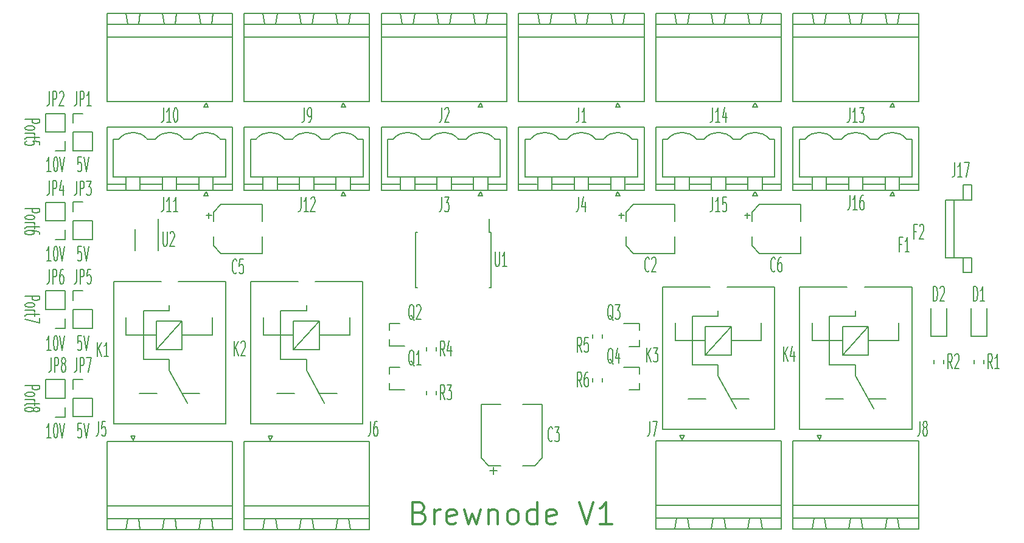
<source format=gto>
G04 #@! TF.GenerationSoftware,KiCad,Pcbnew,(5.1.6)-1*
G04 #@! TF.CreationDate,2020-09-21T23:14:33+02:00*
G04 #@! TF.ProjectId,Brewnode_PCB,42726577-6e6f-4646-955f-5043422e6b69,1.0*
G04 #@! TF.SameCoordinates,Original*
G04 #@! TF.FileFunction,Legend,Top*
G04 #@! TF.FilePolarity,Positive*
%FSLAX46Y46*%
G04 Gerber Fmt 4.6, Leading zero omitted, Abs format (unit mm)*
G04 Created by KiCad (PCBNEW (5.1.6)-1) date 2020-09-21 23:14:33*
%MOMM*%
%LPD*%
G01*
G04 APERTURE LIST*
%ADD10C,0.300000*%
%ADD11C,0.200000*%
G04 APERTURE END LIST*
D10*
X120564285Y-145835714D02*
X120992857Y-145978571D01*
X121135714Y-146121428D01*
X121278571Y-146407142D01*
X121278571Y-146835714D01*
X121135714Y-147121428D01*
X120992857Y-147264285D01*
X120707142Y-147407142D01*
X119564285Y-147407142D01*
X119564285Y-144407142D01*
X120564285Y-144407142D01*
X120850000Y-144550000D01*
X120992857Y-144692857D01*
X121135714Y-144978571D01*
X121135714Y-145264285D01*
X120992857Y-145550000D01*
X120850000Y-145692857D01*
X120564285Y-145835714D01*
X119564285Y-145835714D01*
X122564285Y-147407142D02*
X122564285Y-145407142D01*
X122564285Y-145978571D02*
X122707142Y-145692857D01*
X122850000Y-145550000D01*
X123135714Y-145407142D01*
X123421428Y-145407142D01*
X125564285Y-147264285D02*
X125278571Y-147407142D01*
X124707142Y-147407142D01*
X124421428Y-147264285D01*
X124278571Y-146978571D01*
X124278571Y-145835714D01*
X124421428Y-145550000D01*
X124707142Y-145407142D01*
X125278571Y-145407142D01*
X125564285Y-145550000D01*
X125707142Y-145835714D01*
X125707142Y-146121428D01*
X124278571Y-146407142D01*
X126707142Y-145407142D02*
X127278571Y-147407142D01*
X127850000Y-145978571D01*
X128421428Y-147407142D01*
X128992857Y-145407142D01*
X130135714Y-145407142D02*
X130135714Y-147407142D01*
X130135714Y-145692857D02*
X130278571Y-145550000D01*
X130564285Y-145407142D01*
X130992857Y-145407142D01*
X131278571Y-145550000D01*
X131421428Y-145835714D01*
X131421428Y-147407142D01*
X133278571Y-147407142D02*
X132992857Y-147264285D01*
X132850000Y-147121428D01*
X132707142Y-146835714D01*
X132707142Y-145978571D01*
X132850000Y-145692857D01*
X132992857Y-145550000D01*
X133278571Y-145407142D01*
X133707142Y-145407142D01*
X133992857Y-145550000D01*
X134135714Y-145692857D01*
X134278571Y-145978571D01*
X134278571Y-146835714D01*
X134135714Y-147121428D01*
X133992857Y-147264285D01*
X133707142Y-147407142D01*
X133278571Y-147407142D01*
X136850000Y-147407142D02*
X136850000Y-144407142D01*
X136850000Y-147264285D02*
X136564285Y-147407142D01*
X135992857Y-147407142D01*
X135707142Y-147264285D01*
X135564285Y-147121428D01*
X135421428Y-146835714D01*
X135421428Y-145978571D01*
X135564285Y-145692857D01*
X135707142Y-145550000D01*
X135992857Y-145407142D01*
X136564285Y-145407142D01*
X136850000Y-145550000D01*
X139421428Y-147264285D02*
X139135714Y-147407142D01*
X138564285Y-147407142D01*
X138278571Y-147264285D01*
X138135714Y-146978571D01*
X138135714Y-145835714D01*
X138278571Y-145550000D01*
X138564285Y-145407142D01*
X139135714Y-145407142D01*
X139421428Y-145550000D01*
X139564285Y-145835714D01*
X139564285Y-146121428D01*
X138135714Y-146407142D01*
X142707142Y-144407142D02*
X143707142Y-147407142D01*
X144707142Y-144407142D01*
X147278571Y-147407142D02*
X145564285Y-147407142D01*
X146421428Y-147407142D02*
X146421428Y-144407142D01*
X146135714Y-144835714D01*
X145850000Y-145121428D01*
X145564285Y-145264285D01*
D11*
X65619238Y-128148285D02*
X67619238Y-128148285D01*
X67619238Y-128529238D01*
X67524000Y-128624476D01*
X67428761Y-128672095D01*
X67238285Y-128719714D01*
X66952571Y-128719714D01*
X66762095Y-128672095D01*
X66666857Y-128624476D01*
X66571619Y-128529238D01*
X66571619Y-128148285D01*
X65619238Y-129291142D02*
X65714476Y-129195904D01*
X65809714Y-129148285D01*
X66000190Y-129100666D01*
X66571619Y-129100666D01*
X66762095Y-129148285D01*
X66857333Y-129195904D01*
X66952571Y-129291142D01*
X66952571Y-129434000D01*
X66857333Y-129529238D01*
X66762095Y-129576857D01*
X66571619Y-129624476D01*
X66000190Y-129624476D01*
X65809714Y-129576857D01*
X65714476Y-129529238D01*
X65619238Y-129434000D01*
X65619238Y-129291142D01*
X65619238Y-130053047D02*
X66952571Y-130053047D01*
X66571619Y-130053047D02*
X66762095Y-130100666D01*
X66857333Y-130148285D01*
X66952571Y-130243523D01*
X66952571Y-130338761D01*
X66952571Y-130529238D02*
X66952571Y-130910190D01*
X67619238Y-130672095D02*
X65904952Y-130672095D01*
X65714476Y-130719714D01*
X65619238Y-130814952D01*
X65619238Y-130910190D01*
X66762095Y-131386380D02*
X66857333Y-131291142D01*
X66952571Y-131243523D01*
X67143047Y-131195904D01*
X67238285Y-131195904D01*
X67428761Y-131243523D01*
X67524000Y-131291142D01*
X67619238Y-131386380D01*
X67619238Y-131576857D01*
X67524000Y-131672095D01*
X67428761Y-131719714D01*
X67238285Y-131767333D01*
X67143047Y-131767333D01*
X66952571Y-131719714D01*
X66857333Y-131672095D01*
X66762095Y-131576857D01*
X66762095Y-131386380D01*
X66666857Y-131291142D01*
X66571619Y-131243523D01*
X66381142Y-131195904D01*
X66000190Y-131195904D01*
X65809714Y-131243523D01*
X65714476Y-131291142D01*
X65619238Y-131386380D01*
X65619238Y-131576857D01*
X65714476Y-131672095D01*
X65809714Y-131719714D01*
X66000190Y-131767333D01*
X66381142Y-131767333D01*
X66571619Y-131719714D01*
X66666857Y-131672095D01*
X66762095Y-131576857D01*
X65619238Y-115702285D02*
X67619238Y-115702285D01*
X67619238Y-116083238D01*
X67524000Y-116178476D01*
X67428761Y-116226095D01*
X67238285Y-116273714D01*
X66952571Y-116273714D01*
X66762095Y-116226095D01*
X66666857Y-116178476D01*
X66571619Y-116083238D01*
X66571619Y-115702285D01*
X65619238Y-116845142D02*
X65714476Y-116749904D01*
X65809714Y-116702285D01*
X66000190Y-116654666D01*
X66571619Y-116654666D01*
X66762095Y-116702285D01*
X66857333Y-116749904D01*
X66952571Y-116845142D01*
X66952571Y-116988000D01*
X66857333Y-117083238D01*
X66762095Y-117130857D01*
X66571619Y-117178476D01*
X66000190Y-117178476D01*
X65809714Y-117130857D01*
X65714476Y-117083238D01*
X65619238Y-116988000D01*
X65619238Y-116845142D01*
X65619238Y-117607047D02*
X66952571Y-117607047D01*
X66571619Y-117607047D02*
X66762095Y-117654666D01*
X66857333Y-117702285D01*
X66952571Y-117797523D01*
X66952571Y-117892761D01*
X66952571Y-118083238D02*
X66952571Y-118464190D01*
X67619238Y-118226095D02*
X65904952Y-118226095D01*
X65714476Y-118273714D01*
X65619238Y-118368952D01*
X65619238Y-118464190D01*
X67619238Y-118702285D02*
X67619238Y-119368952D01*
X65619238Y-118940380D01*
X65619238Y-103510285D02*
X67619238Y-103510285D01*
X67619238Y-103891238D01*
X67524000Y-103986476D01*
X67428761Y-104034095D01*
X67238285Y-104081714D01*
X66952571Y-104081714D01*
X66762095Y-104034095D01*
X66666857Y-103986476D01*
X66571619Y-103891238D01*
X66571619Y-103510285D01*
X65619238Y-104653142D02*
X65714476Y-104557904D01*
X65809714Y-104510285D01*
X66000190Y-104462666D01*
X66571619Y-104462666D01*
X66762095Y-104510285D01*
X66857333Y-104557904D01*
X66952571Y-104653142D01*
X66952571Y-104796000D01*
X66857333Y-104891238D01*
X66762095Y-104938857D01*
X66571619Y-104986476D01*
X66000190Y-104986476D01*
X65809714Y-104938857D01*
X65714476Y-104891238D01*
X65619238Y-104796000D01*
X65619238Y-104653142D01*
X65619238Y-105415047D02*
X66952571Y-105415047D01*
X66571619Y-105415047D02*
X66762095Y-105462666D01*
X66857333Y-105510285D01*
X66952571Y-105605523D01*
X66952571Y-105700761D01*
X66952571Y-105891238D02*
X66952571Y-106272190D01*
X67619238Y-106034095D02*
X65904952Y-106034095D01*
X65714476Y-106081714D01*
X65619238Y-106176952D01*
X65619238Y-106272190D01*
X67619238Y-107034095D02*
X67619238Y-106843619D01*
X67524000Y-106748380D01*
X67428761Y-106700761D01*
X67143047Y-106605523D01*
X66762095Y-106557904D01*
X66000190Y-106557904D01*
X65809714Y-106605523D01*
X65714476Y-106653142D01*
X65619238Y-106748380D01*
X65619238Y-106938857D01*
X65714476Y-107034095D01*
X65809714Y-107081714D01*
X66000190Y-107129333D01*
X66476380Y-107129333D01*
X66666857Y-107081714D01*
X66762095Y-107034095D01*
X66857333Y-106938857D01*
X66857333Y-106748380D01*
X66762095Y-106653142D01*
X66666857Y-106605523D01*
X66476380Y-106557904D01*
X65619238Y-91064285D02*
X67619238Y-91064285D01*
X67619238Y-91445238D01*
X67524000Y-91540476D01*
X67428761Y-91588095D01*
X67238285Y-91635714D01*
X66952571Y-91635714D01*
X66762095Y-91588095D01*
X66666857Y-91540476D01*
X66571619Y-91445238D01*
X66571619Y-91064285D01*
X65619238Y-92207142D02*
X65714476Y-92111904D01*
X65809714Y-92064285D01*
X66000190Y-92016666D01*
X66571619Y-92016666D01*
X66762095Y-92064285D01*
X66857333Y-92111904D01*
X66952571Y-92207142D01*
X66952571Y-92350000D01*
X66857333Y-92445238D01*
X66762095Y-92492857D01*
X66571619Y-92540476D01*
X66000190Y-92540476D01*
X65809714Y-92492857D01*
X65714476Y-92445238D01*
X65619238Y-92350000D01*
X65619238Y-92207142D01*
X65619238Y-92969047D02*
X66952571Y-92969047D01*
X66571619Y-92969047D02*
X66762095Y-93016666D01*
X66857333Y-93064285D01*
X66952571Y-93159523D01*
X66952571Y-93254761D01*
X66952571Y-93445238D02*
X66952571Y-93826190D01*
X67619238Y-93588095D02*
X65904952Y-93588095D01*
X65714476Y-93635714D01*
X65619238Y-93730952D01*
X65619238Y-93826190D01*
X67619238Y-94635714D02*
X67619238Y-94159523D01*
X66666857Y-94111904D01*
X66762095Y-94159523D01*
X66857333Y-94254761D01*
X66857333Y-94492857D01*
X66762095Y-94588095D01*
X66666857Y-94635714D01*
X66476380Y-94683333D01*
X66000190Y-94683333D01*
X65809714Y-94635714D01*
X65714476Y-94588095D01*
X65619238Y-94492857D01*
X65619238Y-94254761D01*
X65714476Y-94159523D01*
X65809714Y-94111904D01*
X73445523Y-133410761D02*
X72969333Y-133410761D01*
X72921714Y-134363142D01*
X72969333Y-134267904D01*
X73064571Y-134172666D01*
X73302666Y-134172666D01*
X73397904Y-134267904D01*
X73445523Y-134363142D01*
X73493142Y-134553619D01*
X73493142Y-135029809D01*
X73445523Y-135220285D01*
X73397904Y-135315523D01*
X73302666Y-135410761D01*
X73064571Y-135410761D01*
X72969333Y-135315523D01*
X72921714Y-135220285D01*
X73778857Y-133410761D02*
X74112190Y-135410761D01*
X74445523Y-133410761D01*
X73445523Y-121218761D02*
X72969333Y-121218761D01*
X72921714Y-122171142D01*
X72969333Y-122075904D01*
X73064571Y-121980666D01*
X73302666Y-121980666D01*
X73397904Y-122075904D01*
X73445523Y-122171142D01*
X73493142Y-122361619D01*
X73493142Y-122837809D01*
X73445523Y-123028285D01*
X73397904Y-123123523D01*
X73302666Y-123218761D01*
X73064571Y-123218761D01*
X72969333Y-123123523D01*
X72921714Y-123028285D01*
X73778857Y-121218761D02*
X74112190Y-123218761D01*
X74445523Y-121218761D01*
X73445523Y-96326761D02*
X72969333Y-96326761D01*
X72921714Y-97279142D01*
X72969333Y-97183904D01*
X73064571Y-97088666D01*
X73302666Y-97088666D01*
X73397904Y-97183904D01*
X73445523Y-97279142D01*
X73493142Y-97469619D01*
X73493142Y-97945809D01*
X73445523Y-98136285D01*
X73397904Y-98231523D01*
X73302666Y-98326761D01*
X73064571Y-98326761D01*
X72969333Y-98231523D01*
X72921714Y-98136285D01*
X73778857Y-96326761D02*
X74112190Y-98326761D01*
X74445523Y-96326761D01*
X69206952Y-135410761D02*
X68635523Y-135410761D01*
X68921238Y-135410761D02*
X68921238Y-133410761D01*
X68826000Y-133696476D01*
X68730761Y-133886952D01*
X68635523Y-133982190D01*
X69826000Y-133410761D02*
X69921238Y-133410761D01*
X70016476Y-133506000D01*
X70064095Y-133601238D01*
X70111714Y-133791714D01*
X70159333Y-134172666D01*
X70159333Y-134648857D01*
X70111714Y-135029809D01*
X70064095Y-135220285D01*
X70016476Y-135315523D01*
X69921238Y-135410761D01*
X69826000Y-135410761D01*
X69730761Y-135315523D01*
X69683142Y-135220285D01*
X69635523Y-135029809D01*
X69587904Y-134648857D01*
X69587904Y-134172666D01*
X69635523Y-133791714D01*
X69683142Y-133601238D01*
X69730761Y-133506000D01*
X69826000Y-133410761D01*
X70445047Y-133410761D02*
X70778380Y-135410761D01*
X71111714Y-133410761D01*
X69206952Y-123218761D02*
X68635523Y-123218761D01*
X68921238Y-123218761D02*
X68921238Y-121218761D01*
X68826000Y-121504476D01*
X68730761Y-121694952D01*
X68635523Y-121790190D01*
X69826000Y-121218761D02*
X69921238Y-121218761D01*
X70016476Y-121314000D01*
X70064095Y-121409238D01*
X70111714Y-121599714D01*
X70159333Y-121980666D01*
X70159333Y-122456857D01*
X70111714Y-122837809D01*
X70064095Y-123028285D01*
X70016476Y-123123523D01*
X69921238Y-123218761D01*
X69826000Y-123218761D01*
X69730761Y-123123523D01*
X69683142Y-123028285D01*
X69635523Y-122837809D01*
X69587904Y-122456857D01*
X69587904Y-121980666D01*
X69635523Y-121599714D01*
X69683142Y-121409238D01*
X69730761Y-121314000D01*
X69826000Y-121218761D01*
X70445047Y-121218761D02*
X70778380Y-123218761D01*
X71111714Y-121218761D01*
X69206952Y-98326761D02*
X68635523Y-98326761D01*
X68921238Y-98326761D02*
X68921238Y-96326761D01*
X68826000Y-96612476D01*
X68730761Y-96802952D01*
X68635523Y-96898190D01*
X69826000Y-96326761D02*
X69921238Y-96326761D01*
X70016476Y-96422000D01*
X70064095Y-96517238D01*
X70111714Y-96707714D01*
X70159333Y-97088666D01*
X70159333Y-97564857D01*
X70111714Y-97945809D01*
X70064095Y-98136285D01*
X70016476Y-98231523D01*
X69921238Y-98326761D01*
X69826000Y-98326761D01*
X69730761Y-98231523D01*
X69683142Y-98136285D01*
X69635523Y-97945809D01*
X69587904Y-97564857D01*
X69587904Y-97088666D01*
X69635523Y-96707714D01*
X69683142Y-96517238D01*
X69730761Y-96422000D01*
X69826000Y-96326761D01*
X70445047Y-96326761D02*
X70778380Y-98326761D01*
X71111714Y-96326761D01*
X73445523Y-108772761D02*
X72969333Y-108772761D01*
X72921714Y-109725142D01*
X72969333Y-109629904D01*
X73064571Y-109534666D01*
X73302666Y-109534666D01*
X73397904Y-109629904D01*
X73445523Y-109725142D01*
X73493142Y-109915619D01*
X73493142Y-110391809D01*
X73445523Y-110582285D01*
X73397904Y-110677523D01*
X73302666Y-110772761D01*
X73064571Y-110772761D01*
X72969333Y-110677523D01*
X72921714Y-110582285D01*
X73778857Y-108772761D02*
X74112190Y-110772761D01*
X74445523Y-108772761D01*
X69206952Y-110772761D02*
X68635523Y-110772761D01*
X68921238Y-110772761D02*
X68921238Y-108772761D01*
X68826000Y-109058476D01*
X68730761Y-109248952D01*
X68635523Y-109344190D01*
X69826000Y-108772761D02*
X69921238Y-108772761D01*
X70016476Y-108868000D01*
X70064095Y-108963238D01*
X70111714Y-109153714D01*
X70159333Y-109534666D01*
X70159333Y-110010857D01*
X70111714Y-110391809D01*
X70064095Y-110582285D01*
X70016476Y-110677523D01*
X69921238Y-110772761D01*
X69826000Y-110772761D01*
X69730761Y-110677523D01*
X69683142Y-110582285D01*
X69635523Y-110391809D01*
X69587904Y-110010857D01*
X69587904Y-109534666D01*
X69635523Y-109153714D01*
X69683142Y-108963238D01*
X69730761Y-108868000D01*
X69826000Y-108772761D01*
X70445047Y-108772761D02*
X70778380Y-110772761D01*
X71111714Y-108772761D01*
X175835000Y-135077200D02*
X176435000Y-135077200D01*
X176135000Y-135677200D02*
X175835000Y-135077200D01*
X176435000Y-135077200D02*
X176135000Y-135677200D01*
X185545000Y-146597200D02*
X185295000Y-148097200D01*
X187045000Y-146597200D02*
X185545000Y-146597200D01*
X187295000Y-148097200D02*
X187045000Y-146597200D01*
X185295000Y-148097200D02*
X187295000Y-148097200D01*
X180465000Y-146597200D02*
X180215000Y-148097200D01*
X181965000Y-146597200D02*
X180465000Y-146597200D01*
X182215000Y-148097200D02*
X181965000Y-146597200D01*
X180215000Y-148097200D02*
X182215000Y-148097200D01*
X175385000Y-146597200D02*
X175135000Y-148097200D01*
X176885000Y-146597200D02*
X175385000Y-146597200D01*
X177135000Y-148097200D02*
X176885000Y-146597200D01*
X175135000Y-148097200D02*
X177135000Y-148097200D01*
X189945000Y-146597200D02*
X172485000Y-146597200D01*
X189945000Y-144797200D02*
X189945000Y-146597200D01*
X172485000Y-144797200D02*
X189945000Y-144797200D01*
X172485000Y-146597200D02*
X172485000Y-144797200D01*
X189945000Y-135877200D02*
X172485000Y-135877200D01*
X189945000Y-148097200D02*
X189945000Y-135877200D01*
X172485000Y-148097200D02*
X189945000Y-148097200D01*
X172485000Y-135877200D02*
X172485000Y-148097200D01*
X156732840Y-135077200D02*
X157332840Y-135077200D01*
X157032840Y-135677200D02*
X156732840Y-135077200D01*
X157332840Y-135077200D02*
X157032840Y-135677200D01*
X166442840Y-146597200D02*
X166192840Y-148097200D01*
X167942840Y-146597200D02*
X166442840Y-146597200D01*
X168192840Y-148097200D02*
X167942840Y-146597200D01*
X166192840Y-148097200D02*
X168192840Y-148097200D01*
X161362840Y-146597200D02*
X161112840Y-148097200D01*
X162862840Y-146597200D02*
X161362840Y-146597200D01*
X163112840Y-148097200D02*
X162862840Y-146597200D01*
X161112840Y-148097200D02*
X163112840Y-148097200D01*
X156282840Y-146597200D02*
X156032840Y-148097200D01*
X157782840Y-146597200D02*
X156282840Y-146597200D01*
X158032840Y-148097200D02*
X157782840Y-146597200D01*
X156032840Y-148097200D02*
X158032840Y-148097200D01*
X170842840Y-146597200D02*
X153382840Y-146597200D01*
X170842840Y-144797200D02*
X170842840Y-146597200D01*
X153382840Y-144797200D02*
X170842840Y-144797200D01*
X153382840Y-146597200D02*
X153382840Y-144797200D01*
X170842840Y-135877200D02*
X153382840Y-135877200D01*
X170842840Y-148097200D02*
X170842840Y-135877200D01*
X153382840Y-148097200D02*
X170842840Y-148097200D01*
X153382840Y-135877200D02*
X153382840Y-148097200D01*
X80916000Y-107836000D02*
X80916000Y-109336000D01*
X80916000Y-107836000D02*
X80916000Y-106336000D01*
X84136000Y-107836000D02*
X84136000Y-109336000D01*
X84136000Y-107836000D02*
X84136000Y-104911000D01*
X119938000Y-110630000D02*
X119938000Y-114490000D01*
X119938000Y-114490000D02*
X120193000Y-114490000D01*
X119938000Y-110630000D02*
X119938000Y-106770000D01*
X119938000Y-106770000D02*
X120193000Y-106770000D01*
X130458000Y-110630000D02*
X130458000Y-114490000D01*
X130458000Y-114490000D02*
X130203000Y-114490000D01*
X130458000Y-110630000D02*
X130458000Y-106770000D01*
X130458000Y-106770000D02*
X130203000Y-106770000D01*
X130203000Y-106770000D02*
X130203000Y-104955000D01*
X144554000Y-127655252D02*
X144554000Y-127132748D01*
X145974000Y-127655252D02*
X145974000Y-127132748D01*
X144554000Y-121559252D02*
X144554000Y-121036748D01*
X145974000Y-121559252D02*
X145974000Y-121036748D01*
X121440000Y-123337252D02*
X121440000Y-122814748D01*
X122860000Y-123337252D02*
X122860000Y-122814748D01*
X121440000Y-129433252D02*
X121440000Y-128910748D01*
X122860000Y-129433252D02*
X122860000Y-128910748D01*
X193472000Y-124592748D02*
X193472000Y-125115252D01*
X192052000Y-124592748D02*
X192052000Y-125115252D01*
X199060000Y-124592748D02*
X199060000Y-125115252D01*
X197640000Y-124592748D02*
X197640000Y-125115252D01*
X151104000Y-128720000D02*
X151104000Y-127790000D01*
X151104000Y-125560000D02*
X151104000Y-126490000D01*
X151104000Y-125560000D02*
X148944000Y-125560000D01*
X151104000Y-128720000D02*
X149644000Y-128720000D01*
X151088000Y-122690000D02*
X151088000Y-121760000D01*
X151088000Y-119530000D02*
X151088000Y-120460000D01*
X151088000Y-119530000D02*
X148928000Y-119530000D01*
X151088000Y-122690000D02*
X149628000Y-122690000D01*
X116310000Y-119464000D02*
X116310000Y-120394000D01*
X116310000Y-122624000D02*
X116310000Y-121694000D01*
X116310000Y-122624000D02*
X118470000Y-122624000D01*
X116310000Y-119464000D02*
X117770000Y-119464000D01*
X116310000Y-125560000D02*
X116310000Y-126490000D01*
X116310000Y-128720000D02*
X116310000Y-127790000D01*
X116310000Y-128720000D02*
X118470000Y-128720000D01*
X116310000Y-125560000D02*
X117770000Y-125560000D01*
X180015000Y-114437000D02*
X173415000Y-114437000D01*
X189015000Y-114437000D02*
X182415000Y-114437000D01*
X189015000Y-114437000D02*
X189015000Y-134237000D01*
X189015000Y-134237000D02*
X173415000Y-134237000D01*
X173415000Y-134237000D02*
X173415000Y-114437000D01*
X177015000Y-129987000D02*
X179465000Y-129987000D01*
X185415000Y-129987000D02*
X182915000Y-129987000D01*
X175165000Y-119387000D02*
X175165000Y-121887000D01*
X181165000Y-118487000D02*
X181165000Y-117687000D01*
X187165000Y-121887000D02*
X187165000Y-119387000D01*
X181165000Y-125287000D02*
X181165000Y-126787000D01*
X181165000Y-126787000D02*
X183665000Y-131387000D01*
X177565000Y-125287000D02*
X177565000Y-118487000D01*
X181165000Y-125287000D02*
X177565000Y-125287000D01*
X181165000Y-118487000D02*
X177565000Y-118487000D01*
X187165000Y-121887000D02*
X182965000Y-121887000D01*
X179365000Y-121887000D02*
X175165000Y-121887000D01*
X179365000Y-123887000D02*
X182965000Y-119887000D01*
X179365000Y-119887000D02*
X182965000Y-119887000D01*
X182965000Y-119887000D02*
X182965000Y-123887000D01*
X182965000Y-123887000D02*
X179365000Y-123887000D01*
X179365000Y-123887000D02*
X179365000Y-119887000D01*
X160912840Y-114437000D02*
X154312840Y-114437000D01*
X169912840Y-114437000D02*
X163312840Y-114437000D01*
X169912840Y-114437000D02*
X169912840Y-134237000D01*
X169912840Y-134237000D02*
X154312840Y-134237000D01*
X154312840Y-134237000D02*
X154312840Y-114437000D01*
X157912840Y-129987000D02*
X160362840Y-129987000D01*
X166312840Y-129987000D02*
X163812840Y-129987000D01*
X156062840Y-119387000D02*
X156062840Y-121887000D01*
X162062840Y-118487000D02*
X162062840Y-117687000D01*
X168062840Y-121887000D02*
X168062840Y-119387000D01*
X162062840Y-125287000D02*
X162062840Y-126787000D01*
X162062840Y-126787000D02*
X164562840Y-131387000D01*
X158462840Y-125287000D02*
X158462840Y-118487000D01*
X162062840Y-125287000D02*
X158462840Y-125287000D01*
X162062840Y-118487000D02*
X158462840Y-118487000D01*
X168062840Y-121887000D02*
X163862840Y-121887000D01*
X160262840Y-121887000D02*
X156062840Y-121887000D01*
X160262840Y-123887000D02*
X163862840Y-119887000D01*
X160262840Y-119887000D02*
X163862840Y-119887000D01*
X163862840Y-119887000D02*
X163862840Y-123887000D01*
X163862840Y-123887000D02*
X160262840Y-123887000D01*
X160262840Y-123887000D02*
X160262840Y-119887000D01*
X103618360Y-113675000D02*
X97018360Y-113675000D01*
X112618360Y-113675000D02*
X106018360Y-113675000D01*
X112618360Y-113675000D02*
X112618360Y-133475000D01*
X112618360Y-133475000D02*
X97018360Y-133475000D01*
X97018360Y-133475000D02*
X97018360Y-113675000D01*
X100618360Y-129225000D02*
X103068360Y-129225000D01*
X109018360Y-129225000D02*
X106518360Y-129225000D01*
X98768360Y-118625000D02*
X98768360Y-121125000D01*
X104768360Y-117725000D02*
X104768360Y-116925000D01*
X110768360Y-121125000D02*
X110768360Y-118625000D01*
X104768360Y-124525000D02*
X104768360Y-126025000D01*
X104768360Y-126025000D02*
X107268360Y-130625000D01*
X101168360Y-124525000D02*
X101168360Y-117725000D01*
X104768360Y-124525000D02*
X101168360Y-124525000D01*
X104768360Y-117725000D02*
X101168360Y-117725000D01*
X110768360Y-121125000D02*
X106568360Y-121125000D01*
X102968360Y-121125000D02*
X98768360Y-121125000D01*
X102968360Y-123125000D02*
X106568360Y-119125000D01*
X102968360Y-119125000D02*
X106568360Y-119125000D01*
X106568360Y-119125000D02*
X106568360Y-123125000D01*
X106568360Y-123125000D02*
X102968360Y-123125000D01*
X102968360Y-123125000D02*
X102968360Y-119125000D01*
X84520200Y-113675000D02*
X77920200Y-113675000D01*
X93520200Y-113675000D02*
X86920200Y-113675000D01*
X93520200Y-113675000D02*
X93520200Y-133475000D01*
X93520200Y-133475000D02*
X77920200Y-133475000D01*
X77920200Y-133475000D02*
X77920200Y-113675000D01*
X81520200Y-129225000D02*
X83970200Y-129225000D01*
X89920200Y-129225000D02*
X87420200Y-129225000D01*
X79670200Y-118625000D02*
X79670200Y-121125000D01*
X85670200Y-117725000D02*
X85670200Y-116925000D01*
X91670200Y-121125000D02*
X91670200Y-118625000D01*
X85670200Y-124525000D02*
X85670200Y-126025000D01*
X85670200Y-126025000D02*
X88170200Y-130625000D01*
X82070200Y-124525000D02*
X82070200Y-117725000D01*
X85670200Y-124525000D02*
X82070200Y-124525000D01*
X85670200Y-117725000D02*
X82070200Y-117725000D01*
X91670200Y-121125000D02*
X87470200Y-121125000D01*
X83870200Y-121125000D02*
X79670200Y-121125000D01*
X83870200Y-123125000D02*
X87470200Y-119125000D01*
X83870200Y-119125000D02*
X87470200Y-119125000D01*
X87470200Y-119125000D02*
X87470200Y-123125000D01*
X87470200Y-123125000D02*
X83870200Y-123125000D01*
X83870200Y-123125000D02*
X83870200Y-119125000D01*
X71156000Y-127301666D02*
X68496000Y-127301666D01*
X71156000Y-129901666D02*
X71156000Y-127301666D01*
X68496000Y-129901666D02*
X68496000Y-127301666D01*
X71156000Y-129901666D02*
X68496000Y-129901666D01*
X71156000Y-131171666D02*
X71156000Y-132501666D01*
X71156000Y-132501666D02*
X69826000Y-132501666D01*
X72306000Y-132491666D02*
X74966000Y-132491666D01*
X72306000Y-129891666D02*
X72306000Y-132491666D01*
X74966000Y-129891666D02*
X74966000Y-132491666D01*
X72306000Y-129891666D02*
X74966000Y-129891666D01*
X72306000Y-128621666D02*
X72306000Y-127291666D01*
X72306000Y-127291666D02*
X73636000Y-127291666D01*
X71156000Y-114954444D02*
X68496000Y-114954444D01*
X71156000Y-117554444D02*
X71156000Y-114954444D01*
X68496000Y-117554444D02*
X68496000Y-114954444D01*
X71156000Y-117554444D02*
X68496000Y-117554444D01*
X71156000Y-118824444D02*
X71156000Y-120154444D01*
X71156000Y-120154444D02*
X69826000Y-120154444D01*
X72306000Y-120144444D02*
X74966000Y-120144444D01*
X72306000Y-117544444D02*
X72306000Y-120144444D01*
X74966000Y-117544444D02*
X74966000Y-120144444D01*
X72306000Y-117544444D02*
X74966000Y-117544444D01*
X72306000Y-116274444D02*
X72306000Y-114944444D01*
X72306000Y-114944444D02*
X73636000Y-114944444D01*
X71156000Y-102607222D02*
X68496000Y-102607222D01*
X71156000Y-105207222D02*
X71156000Y-102607222D01*
X68496000Y-105207222D02*
X68496000Y-102607222D01*
X71156000Y-105207222D02*
X68496000Y-105207222D01*
X71156000Y-106477222D02*
X71156000Y-107807222D01*
X71156000Y-107807222D02*
X69826000Y-107807222D01*
X72306000Y-107797222D02*
X74966000Y-107797222D01*
X72306000Y-105197222D02*
X72306000Y-107797222D01*
X74966000Y-105197222D02*
X74966000Y-107797222D01*
X72306000Y-105197222D02*
X74966000Y-105197222D01*
X72306000Y-103927222D02*
X72306000Y-102597222D01*
X72306000Y-102597222D02*
X73636000Y-102597222D01*
X71156000Y-90250000D02*
X68496000Y-90250000D01*
X71156000Y-92850000D02*
X71156000Y-90250000D01*
X68496000Y-92850000D02*
X68496000Y-90250000D01*
X71156000Y-92850000D02*
X68496000Y-92850000D01*
X71156000Y-94120000D02*
X71156000Y-95450000D01*
X71156000Y-95450000D02*
X69826000Y-95450000D01*
X72306000Y-95450000D02*
X74966000Y-95450000D01*
X72306000Y-92850000D02*
X72306000Y-95450000D01*
X74966000Y-92850000D02*
X74966000Y-95450000D01*
X72306000Y-92850000D02*
X74966000Y-92850000D01*
X72306000Y-91580000D02*
X72306000Y-90250000D01*
X72306000Y-90250000D02*
X73636000Y-90250000D01*
X193706000Y-110312000D02*
X193706000Y-102312000D01*
X194866000Y-110312000D02*
X194866000Y-102312000D01*
X194866000Y-110312000D02*
X197306000Y-110312000D01*
X194866000Y-102312000D02*
X197306000Y-102312000D01*
X197306000Y-110312000D02*
X197306000Y-112422000D01*
X197306000Y-102312000D02*
X197306000Y-100202000D01*
X197306000Y-112422000D02*
X196146000Y-112422000D01*
X197306000Y-100202000D02*
X196146000Y-100202000D01*
X196146000Y-112422000D02*
X196146000Y-110312000D01*
X196146000Y-100202000D02*
X196146000Y-102312000D01*
X196146000Y-110312000D02*
X193706000Y-110312000D01*
X196146000Y-102312000D02*
X193706000Y-102312000D01*
X189945000Y-100935000D02*
X189945000Y-92115000D01*
X189945000Y-92115000D02*
X172485000Y-92115000D01*
X172485000Y-92115000D02*
X172485000Y-100935000D01*
X172485000Y-100935000D02*
X189945000Y-100935000D01*
X189945000Y-100125000D02*
X187405000Y-100125000D01*
X172485000Y-100125000D02*
X175025000Y-100125000D01*
X185295000Y-100125000D02*
X182215000Y-100125000D01*
X180215000Y-100125000D02*
X177135000Y-100125000D01*
X187295000Y-99125000D02*
X187295000Y-100935000D01*
X187295000Y-100935000D02*
X185295000Y-100935000D01*
X185295000Y-100935000D02*
X185295000Y-99125000D01*
X185295000Y-99125000D02*
X187295000Y-99125000D01*
X182215000Y-99125000D02*
X182215000Y-100935000D01*
X182215000Y-100935000D02*
X180215000Y-100935000D01*
X180215000Y-100935000D02*
X180215000Y-99125000D01*
X180215000Y-99125000D02*
X182215000Y-99125000D01*
X177135000Y-99125000D02*
X177135000Y-100935000D01*
X177135000Y-100935000D02*
X175135000Y-100935000D01*
X175135000Y-100935000D02*
X175135000Y-99125000D01*
X175135000Y-99125000D02*
X177135000Y-99125000D01*
X184295000Y-93825000D02*
X183215000Y-93825000D01*
X179215000Y-93825000D02*
X178135000Y-93825000D01*
X188295000Y-93825000D02*
X189035000Y-93825000D01*
X189035000Y-93825000D02*
X189035000Y-99125000D01*
X189035000Y-99125000D02*
X173395000Y-99125000D01*
X173395000Y-99125000D02*
X173395000Y-93825000D01*
X173395000Y-93825000D02*
X174135000Y-93825000D01*
X185995000Y-101735000D02*
X186295000Y-101135000D01*
X186295000Y-101135000D02*
X186595000Y-101735000D01*
X186595000Y-101735000D02*
X185995000Y-101735000D01*
X174148159Y-93809179D02*
G75*
G02*
X178135000Y-93825000I1986841J-1665821D01*
G01*
X179228159Y-93809179D02*
G75*
G02*
X183215000Y-93825000I1986841J-1665821D01*
G01*
X184308159Y-93809179D02*
G75*
G02*
X188295000Y-93825000I1986841J-1665821D01*
G01*
X170842840Y-100935000D02*
X170842840Y-92115000D01*
X170842840Y-92115000D02*
X153382840Y-92115000D01*
X153382840Y-92115000D02*
X153382840Y-100935000D01*
X153382840Y-100935000D02*
X170842840Y-100935000D01*
X170842840Y-100125000D02*
X168302840Y-100125000D01*
X153382840Y-100125000D02*
X155922840Y-100125000D01*
X166192840Y-100125000D02*
X163112840Y-100125000D01*
X161112840Y-100125000D02*
X158032840Y-100125000D01*
X168192840Y-99125000D02*
X168192840Y-100935000D01*
X168192840Y-100935000D02*
X166192840Y-100935000D01*
X166192840Y-100935000D02*
X166192840Y-99125000D01*
X166192840Y-99125000D02*
X168192840Y-99125000D01*
X163112840Y-99125000D02*
X163112840Y-100935000D01*
X163112840Y-100935000D02*
X161112840Y-100935000D01*
X161112840Y-100935000D02*
X161112840Y-99125000D01*
X161112840Y-99125000D02*
X163112840Y-99125000D01*
X158032840Y-99125000D02*
X158032840Y-100935000D01*
X158032840Y-100935000D02*
X156032840Y-100935000D01*
X156032840Y-100935000D02*
X156032840Y-99125000D01*
X156032840Y-99125000D02*
X158032840Y-99125000D01*
X165192840Y-93825000D02*
X164112840Y-93825000D01*
X160112840Y-93825000D02*
X159032840Y-93825000D01*
X169192840Y-93825000D02*
X169932840Y-93825000D01*
X169932840Y-93825000D02*
X169932840Y-99125000D01*
X169932840Y-99125000D02*
X154292840Y-99125000D01*
X154292840Y-99125000D02*
X154292840Y-93825000D01*
X154292840Y-93825000D02*
X155032840Y-93825000D01*
X166892840Y-101735000D02*
X167192840Y-101135000D01*
X167192840Y-101135000D02*
X167492840Y-101735000D01*
X167492840Y-101735000D02*
X166892840Y-101735000D01*
X155045999Y-93809179D02*
G75*
G02*
X159032840Y-93825000I1986841J-1665821D01*
G01*
X160125999Y-93809179D02*
G75*
G02*
X164112840Y-93825000I1986841J-1665821D01*
G01*
X165205999Y-93809179D02*
G75*
G02*
X169192840Y-93825000I1986841J-1665821D01*
G01*
X170842840Y-88555200D02*
X170842840Y-76335200D01*
X170842840Y-76335200D02*
X153382840Y-76335200D01*
X153382840Y-76335200D02*
X153382840Y-88555200D01*
X153382840Y-88555200D02*
X170842840Y-88555200D01*
X170842840Y-77835200D02*
X170842840Y-79635200D01*
X170842840Y-79635200D02*
X153382840Y-79635200D01*
X153382840Y-79635200D02*
X153382840Y-77835200D01*
X153382840Y-77835200D02*
X170842840Y-77835200D01*
X168192840Y-76335200D02*
X166192840Y-76335200D01*
X166192840Y-76335200D02*
X166442840Y-77835200D01*
X166442840Y-77835200D02*
X167942840Y-77835200D01*
X167942840Y-77835200D02*
X168192840Y-76335200D01*
X163112840Y-76335200D02*
X161112840Y-76335200D01*
X161112840Y-76335200D02*
X161362840Y-77835200D01*
X161362840Y-77835200D02*
X162862840Y-77835200D01*
X162862840Y-77835200D02*
X163112840Y-76335200D01*
X158032840Y-76335200D02*
X156032840Y-76335200D01*
X156032840Y-76335200D02*
X156282840Y-77835200D01*
X156282840Y-77835200D02*
X157782840Y-77835200D01*
X157782840Y-77835200D02*
X158032840Y-76335200D01*
X166892840Y-89355200D02*
X167192840Y-88755200D01*
X167192840Y-88755200D02*
X167492840Y-89355200D01*
X167492840Y-89355200D02*
X166892840Y-89355200D01*
X189941000Y-88555200D02*
X189941000Y-76335200D01*
X189941000Y-76335200D02*
X172481000Y-76335200D01*
X172481000Y-76335200D02*
X172481000Y-88555200D01*
X172481000Y-88555200D02*
X189941000Y-88555200D01*
X189941000Y-77835200D02*
X189941000Y-79635200D01*
X189941000Y-79635200D02*
X172481000Y-79635200D01*
X172481000Y-79635200D02*
X172481000Y-77835200D01*
X172481000Y-77835200D02*
X189941000Y-77835200D01*
X187291000Y-76335200D02*
X185291000Y-76335200D01*
X185291000Y-76335200D02*
X185541000Y-77835200D01*
X185541000Y-77835200D02*
X187041000Y-77835200D01*
X187041000Y-77835200D02*
X187291000Y-76335200D01*
X182211000Y-76335200D02*
X180211000Y-76335200D01*
X180211000Y-76335200D02*
X180461000Y-77835200D01*
X180461000Y-77835200D02*
X181961000Y-77835200D01*
X181961000Y-77835200D02*
X182211000Y-76335200D01*
X177131000Y-76335200D02*
X175131000Y-76335200D01*
X175131000Y-76335200D02*
X175381000Y-77835200D01*
X175381000Y-77835200D02*
X176881000Y-77835200D01*
X176881000Y-77835200D02*
X177131000Y-76335200D01*
X185991000Y-89355200D02*
X186291000Y-88755200D01*
X186291000Y-88755200D02*
X186591000Y-89355200D01*
X186591000Y-89355200D02*
X185991000Y-89355200D01*
X113548360Y-100935000D02*
X113548360Y-92115000D01*
X113548360Y-92115000D02*
X96088360Y-92115000D01*
X96088360Y-92115000D02*
X96088360Y-100935000D01*
X96088360Y-100935000D02*
X113548360Y-100935000D01*
X113548360Y-100125000D02*
X111008360Y-100125000D01*
X96088360Y-100125000D02*
X98628360Y-100125000D01*
X108898360Y-100125000D02*
X105818360Y-100125000D01*
X103818360Y-100125000D02*
X100738360Y-100125000D01*
X110898360Y-99125000D02*
X110898360Y-100935000D01*
X110898360Y-100935000D02*
X108898360Y-100935000D01*
X108898360Y-100935000D02*
X108898360Y-99125000D01*
X108898360Y-99125000D02*
X110898360Y-99125000D01*
X105818360Y-99125000D02*
X105818360Y-100935000D01*
X105818360Y-100935000D02*
X103818360Y-100935000D01*
X103818360Y-100935000D02*
X103818360Y-99125000D01*
X103818360Y-99125000D02*
X105818360Y-99125000D01*
X100738360Y-99125000D02*
X100738360Y-100935000D01*
X100738360Y-100935000D02*
X98738360Y-100935000D01*
X98738360Y-100935000D02*
X98738360Y-99125000D01*
X98738360Y-99125000D02*
X100738360Y-99125000D01*
X107898360Y-93825000D02*
X106818360Y-93825000D01*
X102818360Y-93825000D02*
X101738360Y-93825000D01*
X111898360Y-93825000D02*
X112638360Y-93825000D01*
X112638360Y-93825000D02*
X112638360Y-99125000D01*
X112638360Y-99125000D02*
X96998360Y-99125000D01*
X96998360Y-99125000D02*
X96998360Y-93825000D01*
X96998360Y-93825000D02*
X97738360Y-93825000D01*
X109598360Y-101735000D02*
X109898360Y-101135000D01*
X109898360Y-101135000D02*
X110198360Y-101735000D01*
X110198360Y-101735000D02*
X109598360Y-101735000D01*
X97751519Y-93809179D02*
G75*
G02*
X101738360Y-93825000I1986841J-1665821D01*
G01*
X102831519Y-93809179D02*
G75*
G02*
X106818360Y-93825000I1986841J-1665821D01*
G01*
X107911519Y-93809179D02*
G75*
G02*
X111898360Y-93825000I1986841J-1665821D01*
G01*
X94450200Y-100935000D02*
X94450200Y-92115000D01*
X94450200Y-92115000D02*
X76990200Y-92115000D01*
X76990200Y-92115000D02*
X76990200Y-100935000D01*
X76990200Y-100935000D02*
X94450200Y-100935000D01*
X94450200Y-100125000D02*
X91910200Y-100125000D01*
X76990200Y-100125000D02*
X79530200Y-100125000D01*
X89800200Y-100125000D02*
X86720200Y-100125000D01*
X84720200Y-100125000D02*
X81640200Y-100125000D01*
X91800200Y-99125000D02*
X91800200Y-100935000D01*
X91800200Y-100935000D02*
X89800200Y-100935000D01*
X89800200Y-100935000D02*
X89800200Y-99125000D01*
X89800200Y-99125000D02*
X91800200Y-99125000D01*
X86720200Y-99125000D02*
X86720200Y-100935000D01*
X86720200Y-100935000D02*
X84720200Y-100935000D01*
X84720200Y-100935000D02*
X84720200Y-99125000D01*
X84720200Y-99125000D02*
X86720200Y-99125000D01*
X81640200Y-99125000D02*
X81640200Y-100935000D01*
X81640200Y-100935000D02*
X79640200Y-100935000D01*
X79640200Y-100935000D02*
X79640200Y-99125000D01*
X79640200Y-99125000D02*
X81640200Y-99125000D01*
X88800200Y-93825000D02*
X87720200Y-93825000D01*
X83720200Y-93825000D02*
X82640200Y-93825000D01*
X92800200Y-93825000D02*
X93540200Y-93825000D01*
X93540200Y-93825000D02*
X93540200Y-99125000D01*
X93540200Y-99125000D02*
X77900200Y-99125000D01*
X77900200Y-99125000D02*
X77900200Y-93825000D01*
X77900200Y-93825000D02*
X78640200Y-93825000D01*
X90500200Y-101735000D02*
X90800200Y-101135000D01*
X90800200Y-101135000D02*
X91100200Y-101735000D01*
X91100200Y-101735000D02*
X90500200Y-101735000D01*
X78653359Y-93809179D02*
G75*
G02*
X82640200Y-93825000I1986841J-1665821D01*
G01*
X83733359Y-93809179D02*
G75*
G02*
X87720200Y-93825000I1986841J-1665821D01*
G01*
X88813359Y-93809179D02*
G75*
G02*
X92800200Y-93825000I1986841J-1665821D01*
G01*
X94450200Y-88555200D02*
X94450200Y-76335200D01*
X94450200Y-76335200D02*
X76990200Y-76335200D01*
X76990200Y-76335200D02*
X76990200Y-88555200D01*
X76990200Y-88555200D02*
X94450200Y-88555200D01*
X94450200Y-77835200D02*
X94450200Y-79635200D01*
X94450200Y-79635200D02*
X76990200Y-79635200D01*
X76990200Y-79635200D02*
X76990200Y-77835200D01*
X76990200Y-77835200D02*
X94450200Y-77835200D01*
X91800200Y-76335200D02*
X89800200Y-76335200D01*
X89800200Y-76335200D02*
X90050200Y-77835200D01*
X90050200Y-77835200D02*
X91550200Y-77835200D01*
X91550200Y-77835200D02*
X91800200Y-76335200D01*
X86720200Y-76335200D02*
X84720200Y-76335200D01*
X84720200Y-76335200D02*
X84970200Y-77835200D01*
X84970200Y-77835200D02*
X86470200Y-77835200D01*
X86470200Y-77835200D02*
X86720200Y-76335200D01*
X81640200Y-76335200D02*
X79640200Y-76335200D01*
X79640200Y-76335200D02*
X79890200Y-77835200D01*
X79890200Y-77835200D02*
X81390200Y-77835200D01*
X81390200Y-77835200D02*
X81640200Y-76335200D01*
X90500200Y-89355200D02*
X90800200Y-88755200D01*
X90800200Y-88755200D02*
X91100200Y-89355200D01*
X91100200Y-89355200D02*
X90500200Y-89355200D01*
X113548360Y-88555200D02*
X113548360Y-76335200D01*
X113548360Y-76335200D02*
X96088360Y-76335200D01*
X96088360Y-76335200D02*
X96088360Y-88555200D01*
X96088360Y-88555200D02*
X113548360Y-88555200D01*
X113548360Y-77835200D02*
X113548360Y-79635200D01*
X113548360Y-79635200D02*
X96088360Y-79635200D01*
X96088360Y-79635200D02*
X96088360Y-77835200D01*
X96088360Y-77835200D02*
X113548360Y-77835200D01*
X110898360Y-76335200D02*
X108898360Y-76335200D01*
X108898360Y-76335200D02*
X109148360Y-77835200D01*
X109148360Y-77835200D02*
X110648360Y-77835200D01*
X110648360Y-77835200D02*
X110898360Y-76335200D01*
X105818360Y-76335200D02*
X103818360Y-76335200D01*
X103818360Y-76335200D02*
X104068360Y-77835200D01*
X104068360Y-77835200D02*
X105568360Y-77835200D01*
X105568360Y-77835200D02*
X105818360Y-76335200D01*
X100738360Y-76335200D02*
X98738360Y-76335200D01*
X98738360Y-76335200D02*
X98988360Y-77835200D01*
X98988360Y-77835200D02*
X100488360Y-77835200D01*
X100488360Y-77835200D02*
X100738360Y-76335200D01*
X109598360Y-89355200D02*
X109898360Y-88755200D01*
X109898360Y-88755200D02*
X110198360Y-89355200D01*
X110198360Y-89355200D02*
X109598360Y-89355200D01*
X96088360Y-135939200D02*
X96088360Y-148159200D01*
X96088360Y-148159200D02*
X113548360Y-148159200D01*
X113548360Y-148159200D02*
X113548360Y-135939200D01*
X113548360Y-135939200D02*
X96088360Y-135939200D01*
X96088360Y-146659200D02*
X96088360Y-144859200D01*
X96088360Y-144859200D02*
X113548360Y-144859200D01*
X113548360Y-144859200D02*
X113548360Y-146659200D01*
X113548360Y-146659200D02*
X96088360Y-146659200D01*
X98738360Y-148159200D02*
X100738360Y-148159200D01*
X100738360Y-148159200D02*
X100488360Y-146659200D01*
X100488360Y-146659200D02*
X98988360Y-146659200D01*
X98988360Y-146659200D02*
X98738360Y-148159200D01*
X103818360Y-148159200D02*
X105818360Y-148159200D01*
X105818360Y-148159200D02*
X105568360Y-146659200D01*
X105568360Y-146659200D02*
X104068360Y-146659200D01*
X104068360Y-146659200D02*
X103818360Y-148159200D01*
X108898360Y-148159200D02*
X110898360Y-148159200D01*
X110898360Y-148159200D02*
X110648360Y-146659200D01*
X110648360Y-146659200D02*
X109148360Y-146659200D01*
X109148360Y-146659200D02*
X108898360Y-148159200D01*
X100038360Y-135139200D02*
X99738360Y-135739200D01*
X99738360Y-135739200D02*
X99438360Y-135139200D01*
X99438360Y-135139200D02*
X100038360Y-135139200D01*
X76990200Y-135939200D02*
X76990200Y-148159200D01*
X76990200Y-148159200D02*
X94450200Y-148159200D01*
X94450200Y-148159200D02*
X94450200Y-135939200D01*
X94450200Y-135939200D02*
X76990200Y-135939200D01*
X76990200Y-146659200D02*
X76990200Y-144859200D01*
X76990200Y-144859200D02*
X94450200Y-144859200D01*
X94450200Y-144859200D02*
X94450200Y-146659200D01*
X94450200Y-146659200D02*
X76990200Y-146659200D01*
X79640200Y-148159200D02*
X81640200Y-148159200D01*
X81640200Y-148159200D02*
X81390200Y-146659200D01*
X81390200Y-146659200D02*
X79890200Y-146659200D01*
X79890200Y-146659200D02*
X79640200Y-148159200D01*
X84720200Y-148159200D02*
X86720200Y-148159200D01*
X86720200Y-148159200D02*
X86470200Y-146659200D01*
X86470200Y-146659200D02*
X84970200Y-146659200D01*
X84970200Y-146659200D02*
X84720200Y-148159200D01*
X89800200Y-148159200D02*
X91800200Y-148159200D01*
X91800200Y-148159200D02*
X91550200Y-146659200D01*
X91550200Y-146659200D02*
X90050200Y-146659200D01*
X90050200Y-146659200D02*
X89800200Y-148159200D01*
X80940200Y-135139200D02*
X80640200Y-135739200D01*
X80640200Y-135739200D02*
X80340200Y-135139200D01*
X80340200Y-135139200D02*
X80940200Y-135139200D01*
X148394680Y-101735000D02*
X147794680Y-101735000D01*
X148094680Y-101135000D02*
X148394680Y-101735000D01*
X147794680Y-101735000D02*
X148094680Y-101135000D01*
X135194680Y-93825000D02*
X135934680Y-93825000D01*
X135194680Y-99125000D02*
X135194680Y-93825000D01*
X150834680Y-99125000D02*
X135194680Y-99125000D01*
X150834680Y-93825000D02*
X150834680Y-99125000D01*
X150094680Y-93825000D02*
X150834680Y-93825000D01*
X141014680Y-93825000D02*
X139934680Y-93825000D01*
X146094680Y-93825000D02*
X145014680Y-93825000D01*
X136934680Y-99125000D02*
X138934680Y-99125000D01*
X136934680Y-100935000D02*
X136934680Y-99125000D01*
X138934680Y-100935000D02*
X136934680Y-100935000D01*
X138934680Y-99125000D02*
X138934680Y-100935000D01*
X142014680Y-99125000D02*
X144014680Y-99125000D01*
X142014680Y-100935000D02*
X142014680Y-99125000D01*
X144014680Y-100935000D02*
X142014680Y-100935000D01*
X144014680Y-99125000D02*
X144014680Y-100935000D01*
X147094680Y-99125000D02*
X149094680Y-99125000D01*
X147094680Y-100935000D02*
X147094680Y-99125000D01*
X149094680Y-100935000D02*
X147094680Y-100935000D01*
X149094680Y-99125000D02*
X149094680Y-100935000D01*
X142014680Y-100125000D02*
X138934680Y-100125000D01*
X147094680Y-100125000D02*
X144014680Y-100125000D01*
X134284680Y-100125000D02*
X136824680Y-100125000D01*
X151744680Y-100125000D02*
X149204680Y-100125000D01*
X134284680Y-100935000D02*
X151744680Y-100935000D01*
X134284680Y-92115000D02*
X134284680Y-100935000D01*
X151744680Y-92115000D02*
X134284680Y-92115000D01*
X151744680Y-100935000D02*
X151744680Y-92115000D01*
X146107839Y-93809179D02*
G75*
G02*
X150094680Y-93825000I1986841J-1665821D01*
G01*
X141027839Y-93809179D02*
G75*
G02*
X145014680Y-93825000I1986841J-1665821D01*
G01*
X135947839Y-93809179D02*
G75*
G02*
X139934680Y-93825000I1986841J-1665821D01*
G01*
X132646520Y-100935000D02*
X132646520Y-92115000D01*
X132646520Y-92115000D02*
X115186520Y-92115000D01*
X115186520Y-92115000D02*
X115186520Y-100935000D01*
X115186520Y-100935000D02*
X132646520Y-100935000D01*
X132646520Y-100125000D02*
X130106520Y-100125000D01*
X115186520Y-100125000D02*
X117726520Y-100125000D01*
X127996520Y-100125000D02*
X124916520Y-100125000D01*
X122916520Y-100125000D02*
X119836520Y-100125000D01*
X129996520Y-99125000D02*
X129996520Y-100935000D01*
X129996520Y-100935000D02*
X127996520Y-100935000D01*
X127996520Y-100935000D02*
X127996520Y-99125000D01*
X127996520Y-99125000D02*
X129996520Y-99125000D01*
X124916520Y-99125000D02*
X124916520Y-100935000D01*
X124916520Y-100935000D02*
X122916520Y-100935000D01*
X122916520Y-100935000D02*
X122916520Y-99125000D01*
X122916520Y-99125000D02*
X124916520Y-99125000D01*
X119836520Y-99125000D02*
X119836520Y-100935000D01*
X119836520Y-100935000D02*
X117836520Y-100935000D01*
X117836520Y-100935000D02*
X117836520Y-99125000D01*
X117836520Y-99125000D02*
X119836520Y-99125000D01*
X126996520Y-93825000D02*
X125916520Y-93825000D01*
X121916520Y-93825000D02*
X120836520Y-93825000D01*
X130996520Y-93825000D02*
X131736520Y-93825000D01*
X131736520Y-93825000D02*
X131736520Y-99125000D01*
X131736520Y-99125000D02*
X116096520Y-99125000D01*
X116096520Y-99125000D02*
X116096520Y-93825000D01*
X116096520Y-93825000D02*
X116836520Y-93825000D01*
X128696520Y-101735000D02*
X128996520Y-101135000D01*
X128996520Y-101135000D02*
X129296520Y-101735000D01*
X129296520Y-101735000D02*
X128696520Y-101735000D01*
X116849679Y-93809179D02*
G75*
G02*
X120836520Y-93825000I1986841J-1665821D01*
G01*
X121929679Y-93809179D02*
G75*
G02*
X125916520Y-93825000I1986841J-1665821D01*
G01*
X127009679Y-93809179D02*
G75*
G02*
X130996520Y-93825000I1986841J-1665821D01*
G01*
X129296520Y-89355200D02*
X128696520Y-89355200D01*
X128996520Y-88755200D02*
X129296520Y-89355200D01*
X128696520Y-89355200D02*
X128996520Y-88755200D01*
X119586520Y-77835200D02*
X119836520Y-76335200D01*
X118086520Y-77835200D02*
X119586520Y-77835200D01*
X117836520Y-76335200D02*
X118086520Y-77835200D01*
X119836520Y-76335200D02*
X117836520Y-76335200D01*
X124666520Y-77835200D02*
X124916520Y-76335200D01*
X123166520Y-77835200D02*
X124666520Y-77835200D01*
X122916520Y-76335200D02*
X123166520Y-77835200D01*
X124916520Y-76335200D02*
X122916520Y-76335200D01*
X129746520Y-77835200D02*
X129996520Y-76335200D01*
X128246520Y-77835200D02*
X129746520Y-77835200D01*
X127996520Y-76335200D02*
X128246520Y-77835200D01*
X129996520Y-76335200D02*
X127996520Y-76335200D01*
X115186520Y-77835200D02*
X132646520Y-77835200D01*
X115186520Y-79635200D02*
X115186520Y-77835200D01*
X132646520Y-79635200D02*
X115186520Y-79635200D01*
X132646520Y-77835200D02*
X132646520Y-79635200D01*
X115186520Y-88555200D02*
X132646520Y-88555200D01*
X115186520Y-76335200D02*
X115186520Y-88555200D01*
X132646520Y-76335200D02*
X115186520Y-76335200D01*
X132646520Y-88555200D02*
X132646520Y-76335200D01*
X151744680Y-88555200D02*
X151744680Y-76335200D01*
X151744680Y-76335200D02*
X134284680Y-76335200D01*
X134284680Y-76335200D02*
X134284680Y-88555200D01*
X134284680Y-88555200D02*
X151744680Y-88555200D01*
X151744680Y-77835200D02*
X151744680Y-79635200D01*
X151744680Y-79635200D02*
X134284680Y-79635200D01*
X134284680Y-79635200D02*
X134284680Y-77835200D01*
X134284680Y-77835200D02*
X151744680Y-77835200D01*
X149094680Y-76335200D02*
X147094680Y-76335200D01*
X147094680Y-76335200D02*
X147344680Y-77835200D01*
X147344680Y-77835200D02*
X148844680Y-77835200D01*
X148844680Y-77835200D02*
X149094680Y-76335200D01*
X144014680Y-76335200D02*
X142014680Y-76335200D01*
X142014680Y-76335200D02*
X142264680Y-77835200D01*
X142264680Y-77835200D02*
X143764680Y-77835200D01*
X143764680Y-77835200D02*
X144014680Y-76335200D01*
X138934680Y-76335200D02*
X136934680Y-76335200D01*
X136934680Y-76335200D02*
X137184680Y-77835200D01*
X137184680Y-77835200D02*
X138684680Y-77835200D01*
X138684680Y-77835200D02*
X138934680Y-76335200D01*
X147794680Y-89355200D02*
X148094680Y-88755200D01*
X148094680Y-88755200D02*
X148394680Y-89355200D01*
X148394680Y-89355200D02*
X147794680Y-89355200D01*
X191627000Y-117412000D02*
X191627000Y-121297000D01*
X191627000Y-121297000D02*
X193897000Y-121297000D01*
X193897000Y-121297000D02*
X193897000Y-117412000D01*
X197215000Y-117412000D02*
X197215000Y-121297000D01*
X197215000Y-121297000D02*
X199485000Y-121297000D01*
X199485000Y-121297000D02*
X199485000Y-117412000D01*
X173566000Y-109722000D02*
X173566000Y-107372000D01*
X173566000Y-102902000D02*
X173566000Y-105252000D01*
X167810437Y-102902000D02*
X173566000Y-102902000D01*
X167810437Y-109722000D02*
X173566000Y-109722000D01*
X166746000Y-108657563D02*
X166746000Y-107372000D01*
X166746000Y-103966437D02*
X166746000Y-105252000D01*
X166746000Y-103966437D02*
X167810437Y-102902000D01*
X166746000Y-108657563D02*
X167810437Y-109722000D01*
X165718500Y-104464500D02*
X166506000Y-104464500D01*
X166112250Y-104070750D02*
X166112250Y-104858250D01*
X98636000Y-109722000D02*
X98636000Y-107372000D01*
X98636000Y-102902000D02*
X98636000Y-105252000D01*
X92880437Y-102902000D02*
X98636000Y-102902000D01*
X92880437Y-109722000D02*
X98636000Y-109722000D01*
X91816000Y-108657563D02*
X91816000Y-107372000D01*
X91816000Y-103966437D02*
X91816000Y-105252000D01*
X91816000Y-103966437D02*
X92880437Y-102902000D01*
X91816000Y-108657563D02*
X92880437Y-109722000D01*
X90788500Y-104464500D02*
X91576000Y-104464500D01*
X91182250Y-104070750D02*
X91182250Y-104858250D01*
X137586000Y-130754000D02*
X134836000Y-130754000D01*
X129066000Y-130754000D02*
X131816000Y-130754000D01*
X129066000Y-138209563D02*
X129066000Y-130754000D01*
X137586000Y-138209563D02*
X137586000Y-130754000D01*
X136521563Y-139274000D02*
X134836000Y-139274000D01*
X130130437Y-139274000D02*
X131816000Y-139274000D01*
X130130437Y-139274000D02*
X129066000Y-138209563D01*
X136521563Y-139274000D02*
X137586000Y-138209563D01*
X130816000Y-140514000D02*
X130816000Y-139514000D01*
X130316000Y-140014000D02*
X131316000Y-140014000D01*
X156040000Y-109722000D02*
X156040000Y-107372000D01*
X156040000Y-102902000D02*
X156040000Y-105252000D01*
X150284437Y-102902000D02*
X156040000Y-102902000D01*
X150284437Y-109722000D02*
X156040000Y-109722000D01*
X149220000Y-108657563D02*
X149220000Y-107372000D01*
X149220000Y-103966437D02*
X149220000Y-105252000D01*
X149220000Y-103966437D02*
X150284437Y-102902000D01*
X149220000Y-108657563D02*
X150284437Y-109722000D01*
X148192500Y-104464500D02*
X148980000Y-104464500D01*
X148586250Y-104070750D02*
X148586250Y-104858250D01*
X190142666Y-133156761D02*
X190142666Y-134585333D01*
X190095047Y-134871047D01*
X189999809Y-135061523D01*
X189856952Y-135156761D01*
X189761714Y-135156761D01*
X190761714Y-134013904D02*
X190666476Y-133918666D01*
X190618857Y-133823428D01*
X190571238Y-133632952D01*
X190571238Y-133537714D01*
X190618857Y-133347238D01*
X190666476Y-133252000D01*
X190761714Y-133156761D01*
X190952190Y-133156761D01*
X191047428Y-133252000D01*
X191095047Y-133347238D01*
X191142666Y-133537714D01*
X191142666Y-133632952D01*
X191095047Y-133823428D01*
X191047428Y-133918666D01*
X190952190Y-134013904D01*
X190761714Y-134013904D01*
X190666476Y-134109142D01*
X190618857Y-134204380D01*
X190571238Y-134394857D01*
X190571238Y-134775809D01*
X190618857Y-134966285D01*
X190666476Y-135061523D01*
X190761714Y-135156761D01*
X190952190Y-135156761D01*
X191047428Y-135061523D01*
X191095047Y-134966285D01*
X191142666Y-134775809D01*
X191142666Y-134394857D01*
X191095047Y-134204380D01*
X191047428Y-134109142D01*
X190952190Y-134013904D01*
X152550666Y-133156761D02*
X152550666Y-134585333D01*
X152503047Y-134871047D01*
X152407809Y-135061523D01*
X152264952Y-135156761D01*
X152169714Y-135156761D01*
X152931619Y-133156761D02*
X153598285Y-133156761D01*
X153169714Y-135156761D01*
X84812095Y-106740761D02*
X84812095Y-108359809D01*
X84859714Y-108550285D01*
X84907333Y-108645523D01*
X85002571Y-108740761D01*
X85193047Y-108740761D01*
X85288285Y-108645523D01*
X85335904Y-108550285D01*
X85383523Y-108359809D01*
X85383523Y-106740761D01*
X85812095Y-106931238D02*
X85859714Y-106836000D01*
X85954952Y-106740761D01*
X86193047Y-106740761D01*
X86288285Y-106836000D01*
X86335904Y-106931238D01*
X86383523Y-107121714D01*
X86383523Y-107312190D01*
X86335904Y-107597904D01*
X85764476Y-108740761D01*
X86383523Y-108740761D01*
X131040095Y-109534761D02*
X131040095Y-111153809D01*
X131087714Y-111344285D01*
X131135333Y-111439523D01*
X131230571Y-111534761D01*
X131421047Y-111534761D01*
X131516285Y-111439523D01*
X131563904Y-111344285D01*
X131611523Y-111153809D01*
X131611523Y-109534761D01*
X132611523Y-111534761D02*
X132040095Y-111534761D01*
X132325809Y-111534761D02*
X132325809Y-109534761D01*
X132230571Y-109820476D01*
X132135333Y-110010952D01*
X132040095Y-110106190D01*
X143065333Y-128298761D02*
X142732000Y-127346380D01*
X142493904Y-128298761D02*
X142493904Y-126298761D01*
X142874857Y-126298761D01*
X142970095Y-126394000D01*
X143017714Y-126489238D01*
X143065333Y-126679714D01*
X143065333Y-126965428D01*
X143017714Y-127155904D01*
X142970095Y-127251142D01*
X142874857Y-127346380D01*
X142493904Y-127346380D01*
X143922476Y-126298761D02*
X143732000Y-126298761D01*
X143636761Y-126394000D01*
X143589142Y-126489238D01*
X143493904Y-126774952D01*
X143446285Y-127155904D01*
X143446285Y-127917809D01*
X143493904Y-128108285D01*
X143541523Y-128203523D01*
X143636761Y-128298761D01*
X143827238Y-128298761D01*
X143922476Y-128203523D01*
X143970095Y-128108285D01*
X144017714Y-127917809D01*
X144017714Y-127441619D01*
X143970095Y-127251142D01*
X143922476Y-127155904D01*
X143827238Y-127060666D01*
X143636761Y-127060666D01*
X143541523Y-127155904D01*
X143493904Y-127251142D01*
X143446285Y-127441619D01*
X143065333Y-123472761D02*
X142732000Y-122520380D01*
X142493904Y-123472761D02*
X142493904Y-121472761D01*
X142874857Y-121472761D01*
X142970095Y-121568000D01*
X143017714Y-121663238D01*
X143065333Y-121853714D01*
X143065333Y-122139428D01*
X143017714Y-122329904D01*
X142970095Y-122425142D01*
X142874857Y-122520380D01*
X142493904Y-122520380D01*
X143970095Y-121472761D02*
X143493904Y-121472761D01*
X143446285Y-122425142D01*
X143493904Y-122329904D01*
X143589142Y-122234666D01*
X143827238Y-122234666D01*
X143922476Y-122329904D01*
X143970095Y-122425142D01*
X144017714Y-122615619D01*
X144017714Y-123091809D01*
X143970095Y-123282285D01*
X143922476Y-123377523D01*
X143827238Y-123472761D01*
X143589142Y-123472761D01*
X143493904Y-123377523D01*
X143446285Y-123282285D01*
X124015333Y-123980761D02*
X123682000Y-123028380D01*
X123443904Y-123980761D02*
X123443904Y-121980761D01*
X123824857Y-121980761D01*
X123920095Y-122076000D01*
X123967714Y-122171238D01*
X124015333Y-122361714D01*
X124015333Y-122647428D01*
X123967714Y-122837904D01*
X123920095Y-122933142D01*
X123824857Y-123028380D01*
X123443904Y-123028380D01*
X124872476Y-122647428D02*
X124872476Y-123980761D01*
X124634380Y-121885523D02*
X124396285Y-123314095D01*
X125015333Y-123314095D01*
X124015333Y-130076761D02*
X123682000Y-129124380D01*
X123443904Y-130076761D02*
X123443904Y-128076761D01*
X123824857Y-128076761D01*
X123920095Y-128172000D01*
X123967714Y-128267238D01*
X124015333Y-128457714D01*
X124015333Y-128743428D01*
X123967714Y-128933904D01*
X123920095Y-129029142D01*
X123824857Y-129124380D01*
X123443904Y-129124380D01*
X124348666Y-128076761D02*
X124967714Y-128076761D01*
X124634380Y-128838666D01*
X124777238Y-128838666D01*
X124872476Y-128933904D01*
X124920095Y-129029142D01*
X124967714Y-129219619D01*
X124967714Y-129695809D01*
X124920095Y-129886285D01*
X124872476Y-129981523D01*
X124777238Y-130076761D01*
X124491523Y-130076761D01*
X124396285Y-129981523D01*
X124348666Y-129886285D01*
X194627333Y-125758761D02*
X194294000Y-124806380D01*
X194055904Y-125758761D02*
X194055904Y-123758761D01*
X194436857Y-123758761D01*
X194532095Y-123854000D01*
X194579714Y-123949238D01*
X194627333Y-124139714D01*
X194627333Y-124425428D01*
X194579714Y-124615904D01*
X194532095Y-124711142D01*
X194436857Y-124806380D01*
X194055904Y-124806380D01*
X195008285Y-123949238D02*
X195055904Y-123854000D01*
X195151142Y-123758761D01*
X195389238Y-123758761D01*
X195484476Y-123854000D01*
X195532095Y-123949238D01*
X195579714Y-124139714D01*
X195579714Y-124330190D01*
X195532095Y-124615904D01*
X194960666Y-125758761D01*
X195579714Y-125758761D01*
X200215333Y-125758761D02*
X199882000Y-124806380D01*
X199643904Y-125758761D02*
X199643904Y-123758761D01*
X200024857Y-123758761D01*
X200120095Y-123854000D01*
X200167714Y-123949238D01*
X200215333Y-124139714D01*
X200215333Y-124425428D01*
X200167714Y-124615904D01*
X200120095Y-124711142D01*
X200024857Y-124806380D01*
X199643904Y-124806380D01*
X201167714Y-125758761D02*
X200596285Y-125758761D01*
X200882000Y-125758761D02*
X200882000Y-123758761D01*
X200786761Y-124044476D01*
X200691523Y-124234952D01*
X200596285Y-124330190D01*
X147454761Y-125187238D02*
X147359523Y-125092000D01*
X147264285Y-124901523D01*
X147121428Y-124615809D01*
X147026190Y-124520571D01*
X146930952Y-124520571D01*
X146978571Y-124996761D02*
X146883333Y-124901523D01*
X146788095Y-124711047D01*
X146740476Y-124330095D01*
X146740476Y-123663428D01*
X146788095Y-123282476D01*
X146883333Y-123092000D01*
X146978571Y-122996761D01*
X147169047Y-122996761D01*
X147264285Y-123092000D01*
X147359523Y-123282476D01*
X147407142Y-123663428D01*
X147407142Y-124330095D01*
X147359523Y-124711047D01*
X147264285Y-124901523D01*
X147169047Y-124996761D01*
X146978571Y-124996761D01*
X148264285Y-123663428D02*
X148264285Y-124996761D01*
X148026190Y-122901523D02*
X147788095Y-124330095D01*
X148407142Y-124330095D01*
X147454761Y-119091238D02*
X147359523Y-118996000D01*
X147264285Y-118805523D01*
X147121428Y-118519809D01*
X147026190Y-118424571D01*
X146930952Y-118424571D01*
X146978571Y-118900761D02*
X146883333Y-118805523D01*
X146788095Y-118615047D01*
X146740476Y-118234095D01*
X146740476Y-117567428D01*
X146788095Y-117186476D01*
X146883333Y-116996000D01*
X146978571Y-116900761D01*
X147169047Y-116900761D01*
X147264285Y-116996000D01*
X147359523Y-117186476D01*
X147407142Y-117567428D01*
X147407142Y-118234095D01*
X147359523Y-118615047D01*
X147264285Y-118805523D01*
X147169047Y-118900761D01*
X146978571Y-118900761D01*
X147740476Y-116900761D02*
X148359523Y-116900761D01*
X148026190Y-117662666D01*
X148169047Y-117662666D01*
X148264285Y-117757904D01*
X148311904Y-117853142D01*
X148359523Y-118043619D01*
X148359523Y-118519809D01*
X148311904Y-118710285D01*
X148264285Y-118805523D01*
X148169047Y-118900761D01*
X147883333Y-118900761D01*
X147788095Y-118805523D01*
X147740476Y-118710285D01*
X119768761Y-119091238D02*
X119673523Y-118996000D01*
X119578285Y-118805523D01*
X119435428Y-118519809D01*
X119340190Y-118424571D01*
X119244952Y-118424571D01*
X119292571Y-118900761D02*
X119197333Y-118805523D01*
X119102095Y-118615047D01*
X119054476Y-118234095D01*
X119054476Y-117567428D01*
X119102095Y-117186476D01*
X119197333Y-116996000D01*
X119292571Y-116900761D01*
X119483047Y-116900761D01*
X119578285Y-116996000D01*
X119673523Y-117186476D01*
X119721142Y-117567428D01*
X119721142Y-118234095D01*
X119673523Y-118615047D01*
X119578285Y-118805523D01*
X119483047Y-118900761D01*
X119292571Y-118900761D01*
X120102095Y-117091238D02*
X120149714Y-116996000D01*
X120244952Y-116900761D01*
X120483047Y-116900761D01*
X120578285Y-116996000D01*
X120625904Y-117091238D01*
X120673523Y-117281714D01*
X120673523Y-117472190D01*
X120625904Y-117757904D01*
X120054476Y-118900761D01*
X120673523Y-118900761D01*
X119768761Y-125441238D02*
X119673523Y-125346000D01*
X119578285Y-125155523D01*
X119435428Y-124869809D01*
X119340190Y-124774571D01*
X119244952Y-124774571D01*
X119292571Y-125250761D02*
X119197333Y-125155523D01*
X119102095Y-124965047D01*
X119054476Y-124584095D01*
X119054476Y-123917428D01*
X119102095Y-123536476D01*
X119197333Y-123346000D01*
X119292571Y-123250761D01*
X119483047Y-123250761D01*
X119578285Y-123346000D01*
X119673523Y-123536476D01*
X119721142Y-123917428D01*
X119721142Y-124584095D01*
X119673523Y-124965047D01*
X119578285Y-125155523D01*
X119483047Y-125250761D01*
X119292571Y-125250761D01*
X120673523Y-125250761D02*
X120102095Y-125250761D01*
X120387809Y-125250761D02*
X120387809Y-123250761D01*
X120292571Y-123536476D01*
X120197333Y-123726952D01*
X120102095Y-123822190D01*
X171195904Y-124742761D02*
X171195904Y-122742761D01*
X171767333Y-124742761D02*
X171338761Y-123599904D01*
X171767333Y-122742761D02*
X171195904Y-123885619D01*
X172624476Y-123409428D02*
X172624476Y-124742761D01*
X172386380Y-122647523D02*
X172148285Y-124076095D01*
X172767333Y-124076095D01*
X152145904Y-124841761D02*
X152145904Y-122841761D01*
X152717333Y-124841761D02*
X152288761Y-123698904D01*
X152717333Y-122841761D02*
X152145904Y-123984619D01*
X153050666Y-122841761D02*
X153669714Y-122841761D01*
X153336380Y-123603666D01*
X153479238Y-123603666D01*
X153574476Y-123698904D01*
X153622095Y-123794142D01*
X153669714Y-123984619D01*
X153669714Y-124460809D01*
X153622095Y-124651285D01*
X153574476Y-124746523D01*
X153479238Y-124841761D01*
X153193523Y-124841761D01*
X153098285Y-124746523D01*
X153050666Y-124651285D01*
X94741904Y-123980761D02*
X94741904Y-121980761D01*
X95313333Y-123980761D02*
X94884761Y-122837904D01*
X95313333Y-121980761D02*
X94741904Y-123123619D01*
X95694285Y-122171238D02*
X95741904Y-122076000D01*
X95837142Y-121980761D01*
X96075238Y-121980761D01*
X96170476Y-122076000D01*
X96218095Y-122171238D01*
X96265714Y-122361714D01*
X96265714Y-122552190D01*
X96218095Y-122837904D01*
X95646666Y-123980761D01*
X96265714Y-123980761D01*
X75691904Y-124079761D02*
X75691904Y-122079761D01*
X76263333Y-124079761D02*
X75834761Y-122936904D01*
X76263333Y-122079761D02*
X75691904Y-123222619D01*
X77215714Y-124079761D02*
X76644285Y-124079761D01*
X76930000Y-124079761D02*
X76930000Y-122079761D01*
X76834761Y-122365476D01*
X76739523Y-122555952D01*
X76644285Y-122651190D01*
X69246666Y-124266761D02*
X69246666Y-125695333D01*
X69199047Y-125981047D01*
X69103809Y-126171523D01*
X68960952Y-126266761D01*
X68865714Y-126266761D01*
X69722857Y-126266761D02*
X69722857Y-124266761D01*
X70103809Y-124266761D01*
X70199047Y-124362000D01*
X70246666Y-124457238D01*
X70294285Y-124647714D01*
X70294285Y-124933428D01*
X70246666Y-125123904D01*
X70199047Y-125219142D01*
X70103809Y-125314380D01*
X69722857Y-125314380D01*
X70865714Y-125123904D02*
X70770476Y-125028666D01*
X70722857Y-124933428D01*
X70675238Y-124742952D01*
X70675238Y-124647714D01*
X70722857Y-124457238D01*
X70770476Y-124362000D01*
X70865714Y-124266761D01*
X71056190Y-124266761D01*
X71151428Y-124362000D01*
X71199047Y-124457238D01*
X71246666Y-124647714D01*
X71246666Y-124742952D01*
X71199047Y-124933428D01*
X71151428Y-125028666D01*
X71056190Y-125123904D01*
X70865714Y-125123904D01*
X70770476Y-125219142D01*
X70722857Y-125314380D01*
X70675238Y-125504857D01*
X70675238Y-125885809D01*
X70722857Y-126076285D01*
X70770476Y-126171523D01*
X70865714Y-126266761D01*
X71056190Y-126266761D01*
X71151428Y-126171523D01*
X71199047Y-126076285D01*
X71246666Y-125885809D01*
X71246666Y-125504857D01*
X71199047Y-125314380D01*
X71151428Y-125219142D01*
X71056190Y-125123904D01*
X72802666Y-124266761D02*
X72802666Y-125695333D01*
X72755047Y-125981047D01*
X72659809Y-126171523D01*
X72516952Y-126266761D01*
X72421714Y-126266761D01*
X73278857Y-126266761D02*
X73278857Y-124266761D01*
X73659809Y-124266761D01*
X73755047Y-124362000D01*
X73802666Y-124457238D01*
X73850285Y-124647714D01*
X73850285Y-124933428D01*
X73802666Y-125123904D01*
X73755047Y-125219142D01*
X73659809Y-125314380D01*
X73278857Y-125314380D01*
X74183619Y-124266761D02*
X74850285Y-124266761D01*
X74421714Y-126266761D01*
X68992666Y-111961872D02*
X68992666Y-113390444D01*
X68945047Y-113676158D01*
X68849809Y-113866634D01*
X68706952Y-113961872D01*
X68611714Y-113961872D01*
X69468857Y-113961872D02*
X69468857Y-111961872D01*
X69849809Y-111961872D01*
X69945047Y-112057111D01*
X69992666Y-112152349D01*
X70040285Y-112342825D01*
X70040285Y-112628539D01*
X69992666Y-112819015D01*
X69945047Y-112914253D01*
X69849809Y-113009491D01*
X69468857Y-113009491D01*
X70897428Y-111961872D02*
X70706952Y-111961872D01*
X70611714Y-112057111D01*
X70564095Y-112152349D01*
X70468857Y-112438063D01*
X70421238Y-112819015D01*
X70421238Y-113580920D01*
X70468857Y-113771396D01*
X70516476Y-113866634D01*
X70611714Y-113961872D01*
X70802190Y-113961872D01*
X70897428Y-113866634D01*
X70945047Y-113771396D01*
X70992666Y-113580920D01*
X70992666Y-113104730D01*
X70945047Y-112914253D01*
X70897428Y-112819015D01*
X70802190Y-112723777D01*
X70611714Y-112723777D01*
X70516476Y-112819015D01*
X70468857Y-112914253D01*
X70421238Y-113104730D01*
X72802666Y-111961872D02*
X72802666Y-113390444D01*
X72755047Y-113676158D01*
X72659809Y-113866634D01*
X72516952Y-113961872D01*
X72421714Y-113961872D01*
X73278857Y-113961872D02*
X73278857Y-111961872D01*
X73659809Y-111961872D01*
X73755047Y-112057111D01*
X73802666Y-112152349D01*
X73850285Y-112342825D01*
X73850285Y-112628539D01*
X73802666Y-112819015D01*
X73755047Y-112914253D01*
X73659809Y-113009491D01*
X73278857Y-113009491D01*
X74755047Y-111961872D02*
X74278857Y-111961872D01*
X74231238Y-112914253D01*
X74278857Y-112819015D01*
X74374095Y-112723777D01*
X74612190Y-112723777D01*
X74707428Y-112819015D01*
X74755047Y-112914253D01*
X74802666Y-113104730D01*
X74802666Y-113580920D01*
X74755047Y-113771396D01*
X74707428Y-113866634D01*
X74612190Y-113961872D01*
X74374095Y-113961872D01*
X74278857Y-113866634D01*
X74231238Y-113771396D01*
X68992666Y-99628761D02*
X68992666Y-101057333D01*
X68945047Y-101343047D01*
X68849809Y-101533523D01*
X68706952Y-101628761D01*
X68611714Y-101628761D01*
X69468857Y-101628761D02*
X69468857Y-99628761D01*
X69849809Y-99628761D01*
X69945047Y-99724000D01*
X69992666Y-99819238D01*
X70040285Y-100009714D01*
X70040285Y-100295428D01*
X69992666Y-100485904D01*
X69945047Y-100581142D01*
X69849809Y-100676380D01*
X69468857Y-100676380D01*
X70897428Y-100295428D02*
X70897428Y-101628761D01*
X70659333Y-99533523D02*
X70421238Y-100962095D01*
X71040285Y-100962095D01*
X72802666Y-99656983D02*
X72802666Y-101085555D01*
X72755047Y-101371269D01*
X72659809Y-101561745D01*
X72516952Y-101656983D01*
X72421714Y-101656983D01*
X73278857Y-101656983D02*
X73278857Y-99656983D01*
X73659809Y-99656983D01*
X73755047Y-99752222D01*
X73802666Y-99847460D01*
X73850285Y-100037936D01*
X73850285Y-100323650D01*
X73802666Y-100514126D01*
X73755047Y-100609364D01*
X73659809Y-100704602D01*
X73278857Y-100704602D01*
X74183619Y-99656983D02*
X74802666Y-99656983D01*
X74469333Y-100418888D01*
X74612190Y-100418888D01*
X74707428Y-100514126D01*
X74755047Y-100609364D01*
X74802666Y-100799841D01*
X74802666Y-101276031D01*
X74755047Y-101466507D01*
X74707428Y-101561745D01*
X74612190Y-101656983D01*
X74326476Y-101656983D01*
X74231238Y-101561745D01*
X74183619Y-101466507D01*
X68992666Y-87182761D02*
X68992666Y-88611333D01*
X68945047Y-88897047D01*
X68849809Y-89087523D01*
X68706952Y-89182761D01*
X68611714Y-89182761D01*
X69468857Y-89182761D02*
X69468857Y-87182761D01*
X69849809Y-87182761D01*
X69945047Y-87278000D01*
X69992666Y-87373238D01*
X70040285Y-87563714D01*
X70040285Y-87849428D01*
X69992666Y-88039904D01*
X69945047Y-88135142D01*
X69849809Y-88230380D01*
X69468857Y-88230380D01*
X70421238Y-87373238D02*
X70468857Y-87278000D01*
X70564095Y-87182761D01*
X70802190Y-87182761D01*
X70897428Y-87278000D01*
X70945047Y-87373238D01*
X70992666Y-87563714D01*
X70992666Y-87754190D01*
X70945047Y-88039904D01*
X70373619Y-89182761D01*
X70992666Y-89182761D01*
X72802666Y-87182761D02*
X72802666Y-88611333D01*
X72755047Y-88897047D01*
X72659809Y-89087523D01*
X72516952Y-89182761D01*
X72421714Y-89182761D01*
X73278857Y-89182761D02*
X73278857Y-87182761D01*
X73659809Y-87182761D01*
X73755047Y-87278000D01*
X73802666Y-87373238D01*
X73850285Y-87563714D01*
X73850285Y-87849428D01*
X73802666Y-88039904D01*
X73755047Y-88135142D01*
X73659809Y-88230380D01*
X73278857Y-88230380D01*
X74802666Y-89182761D02*
X74231238Y-89182761D01*
X74516952Y-89182761D02*
X74516952Y-87182761D01*
X74421714Y-87468476D01*
X74326476Y-87658952D01*
X74231238Y-87754190D01*
X195000476Y-97088761D02*
X195000476Y-98517333D01*
X194952857Y-98803047D01*
X194857619Y-98993523D01*
X194714761Y-99088761D01*
X194619523Y-99088761D01*
X196000476Y-99088761D02*
X195429047Y-99088761D01*
X195714761Y-99088761D02*
X195714761Y-97088761D01*
X195619523Y-97374476D01*
X195524285Y-97564952D01*
X195429047Y-97660190D01*
X196333809Y-97088761D02*
X197000476Y-97088761D01*
X196571904Y-99088761D01*
X180405476Y-101660761D02*
X180405476Y-103089333D01*
X180357857Y-103375047D01*
X180262619Y-103565523D01*
X180119761Y-103660761D01*
X180024523Y-103660761D01*
X181405476Y-103660761D02*
X180834047Y-103660761D01*
X181119761Y-103660761D02*
X181119761Y-101660761D01*
X181024523Y-101946476D01*
X180929285Y-102136952D01*
X180834047Y-102232190D01*
X182262619Y-101660761D02*
X182072142Y-101660761D01*
X181976904Y-101756000D01*
X181929285Y-101851238D01*
X181834047Y-102136952D01*
X181786428Y-102517904D01*
X181786428Y-103279809D01*
X181834047Y-103470285D01*
X181881666Y-103565523D01*
X181976904Y-103660761D01*
X182167380Y-103660761D01*
X182262619Y-103565523D01*
X182310238Y-103470285D01*
X182357857Y-103279809D01*
X182357857Y-102803619D01*
X182310238Y-102613142D01*
X182262619Y-102517904D01*
X182167380Y-102422666D01*
X181976904Y-102422666D01*
X181881666Y-102517904D01*
X181834047Y-102613142D01*
X181786428Y-102803619D01*
X161303316Y-101914761D02*
X161303316Y-103343333D01*
X161255697Y-103629047D01*
X161160459Y-103819523D01*
X161017601Y-103914761D01*
X160922363Y-103914761D01*
X162303316Y-103914761D02*
X161731887Y-103914761D01*
X162017601Y-103914761D02*
X162017601Y-101914761D01*
X161922363Y-102200476D01*
X161827125Y-102390952D01*
X161731887Y-102486190D01*
X163208078Y-101914761D02*
X162731887Y-101914761D01*
X162684268Y-102867142D01*
X162731887Y-102771904D01*
X162827125Y-102676666D01*
X163065220Y-102676666D01*
X163160459Y-102771904D01*
X163208078Y-102867142D01*
X163255697Y-103057619D01*
X163255697Y-103533809D01*
X163208078Y-103724285D01*
X163160459Y-103819523D01*
X163065220Y-103914761D01*
X162827125Y-103914761D01*
X162731887Y-103819523D01*
X162684268Y-103724285D01*
X161303316Y-89468761D02*
X161303316Y-90897333D01*
X161255697Y-91183047D01*
X161160459Y-91373523D01*
X161017601Y-91468761D01*
X160922363Y-91468761D01*
X162303316Y-91468761D02*
X161731887Y-91468761D01*
X162017601Y-91468761D02*
X162017601Y-89468761D01*
X161922363Y-89754476D01*
X161827125Y-89944952D01*
X161731887Y-90040190D01*
X163160459Y-90135428D02*
X163160459Y-91468761D01*
X162922363Y-89373523D02*
X162684268Y-90802095D01*
X163303316Y-90802095D01*
X180401476Y-89468761D02*
X180401476Y-90897333D01*
X180353857Y-91183047D01*
X180258619Y-91373523D01*
X180115761Y-91468761D01*
X180020523Y-91468761D01*
X181401476Y-91468761D02*
X180830047Y-91468761D01*
X181115761Y-91468761D02*
X181115761Y-89468761D01*
X181020523Y-89754476D01*
X180925285Y-89944952D01*
X180830047Y-90040190D01*
X181734809Y-89468761D02*
X182353857Y-89468761D01*
X182020523Y-90230666D01*
X182163380Y-90230666D01*
X182258619Y-90325904D01*
X182306238Y-90421142D01*
X182353857Y-90611619D01*
X182353857Y-91087809D01*
X182306238Y-91278285D01*
X182258619Y-91373523D01*
X182163380Y-91468761D01*
X181877666Y-91468761D01*
X181782428Y-91373523D01*
X181734809Y-91278285D01*
X104008836Y-101914761D02*
X104008836Y-103343333D01*
X103961217Y-103629047D01*
X103865979Y-103819523D01*
X103723121Y-103914761D01*
X103627883Y-103914761D01*
X105008836Y-103914761D02*
X104437407Y-103914761D01*
X104723121Y-103914761D02*
X104723121Y-101914761D01*
X104627883Y-102200476D01*
X104532645Y-102390952D01*
X104437407Y-102486190D01*
X105389788Y-102105238D02*
X105437407Y-102010000D01*
X105532645Y-101914761D01*
X105770740Y-101914761D01*
X105865979Y-102010000D01*
X105913598Y-102105238D01*
X105961217Y-102295714D01*
X105961217Y-102486190D01*
X105913598Y-102771904D01*
X105342169Y-103914761D01*
X105961217Y-103914761D01*
X84910676Y-101914761D02*
X84910676Y-103343333D01*
X84863057Y-103629047D01*
X84767819Y-103819523D01*
X84624961Y-103914761D01*
X84529723Y-103914761D01*
X85910676Y-103914761D02*
X85339247Y-103914761D01*
X85624961Y-103914761D02*
X85624961Y-101914761D01*
X85529723Y-102200476D01*
X85434485Y-102390952D01*
X85339247Y-102486190D01*
X86863057Y-103914761D02*
X86291628Y-103914761D01*
X86577342Y-103914761D02*
X86577342Y-101914761D01*
X86482104Y-102200476D01*
X86386866Y-102390952D01*
X86291628Y-102486190D01*
X84910676Y-89468761D02*
X84910676Y-90897333D01*
X84863057Y-91183047D01*
X84767819Y-91373523D01*
X84624961Y-91468761D01*
X84529723Y-91468761D01*
X85910676Y-91468761D02*
X85339247Y-91468761D01*
X85624961Y-91468761D02*
X85624961Y-89468761D01*
X85529723Y-89754476D01*
X85434485Y-89944952D01*
X85339247Y-90040190D01*
X86529723Y-89468761D02*
X86624961Y-89468761D01*
X86720200Y-89564000D01*
X86767819Y-89659238D01*
X86815438Y-89849714D01*
X86863057Y-90230666D01*
X86863057Y-90706857D01*
X86815438Y-91087809D01*
X86767819Y-91278285D01*
X86720200Y-91373523D01*
X86624961Y-91468761D01*
X86529723Y-91468761D01*
X86434485Y-91373523D01*
X86386866Y-91278285D01*
X86339247Y-91087809D01*
X86291628Y-90706857D01*
X86291628Y-90230666D01*
X86339247Y-89849714D01*
X86386866Y-89659238D01*
X86434485Y-89564000D01*
X86529723Y-89468761D01*
X104485026Y-89468761D02*
X104485026Y-90897333D01*
X104437407Y-91183047D01*
X104342169Y-91373523D01*
X104199312Y-91468761D01*
X104104074Y-91468761D01*
X105008836Y-91468761D02*
X105199312Y-91468761D01*
X105294550Y-91373523D01*
X105342169Y-91278285D01*
X105437407Y-90992571D01*
X105485026Y-90611619D01*
X105485026Y-89849714D01*
X105437407Y-89659238D01*
X105389788Y-89564000D01*
X105294550Y-89468761D01*
X105104074Y-89468761D01*
X105008836Y-89564000D01*
X104961217Y-89659238D01*
X104913598Y-89849714D01*
X104913598Y-90325904D01*
X104961217Y-90516380D01*
X105008836Y-90611619D01*
X105104074Y-90706857D01*
X105294550Y-90706857D01*
X105389788Y-90611619D01*
X105437407Y-90516380D01*
X105485026Y-90325904D01*
X113688666Y-133156761D02*
X113688666Y-134585333D01*
X113641047Y-134871047D01*
X113545809Y-135061523D01*
X113402952Y-135156761D01*
X113307714Y-135156761D01*
X114593428Y-133156761D02*
X114402952Y-133156761D01*
X114307714Y-133252000D01*
X114260095Y-133347238D01*
X114164857Y-133632952D01*
X114117238Y-134013904D01*
X114117238Y-134775809D01*
X114164857Y-134966285D01*
X114212476Y-135061523D01*
X114307714Y-135156761D01*
X114498190Y-135156761D01*
X114593428Y-135061523D01*
X114641047Y-134966285D01*
X114688666Y-134775809D01*
X114688666Y-134299619D01*
X114641047Y-134109142D01*
X114593428Y-134013904D01*
X114498190Y-133918666D01*
X114307714Y-133918666D01*
X114212476Y-134013904D01*
X114164857Y-134109142D01*
X114117238Y-134299619D01*
X75842666Y-133156761D02*
X75842666Y-134585333D01*
X75795047Y-134871047D01*
X75699809Y-135061523D01*
X75556952Y-135156761D01*
X75461714Y-135156761D01*
X76795047Y-133156761D02*
X76318857Y-133156761D01*
X76271238Y-134109142D01*
X76318857Y-134013904D01*
X76414095Y-133918666D01*
X76652190Y-133918666D01*
X76747428Y-134013904D01*
X76795047Y-134109142D01*
X76842666Y-134299619D01*
X76842666Y-134775809D01*
X76795047Y-134966285D01*
X76747428Y-135061523D01*
X76652190Y-135156761D01*
X76414095Y-135156761D01*
X76318857Y-135061523D01*
X76271238Y-134966285D01*
X142644666Y-101914761D02*
X142644666Y-103343333D01*
X142597047Y-103629047D01*
X142501809Y-103819523D01*
X142358952Y-103914761D01*
X142263714Y-103914761D01*
X143549428Y-102581428D02*
X143549428Y-103914761D01*
X143311333Y-101819523D02*
X143073238Y-103248095D01*
X143692285Y-103248095D01*
X123594666Y-101914761D02*
X123594666Y-103343333D01*
X123547047Y-103629047D01*
X123451809Y-103819523D01*
X123308952Y-103914761D01*
X123213714Y-103914761D01*
X123975619Y-101914761D02*
X124594666Y-101914761D01*
X124261333Y-102676666D01*
X124404190Y-102676666D01*
X124499428Y-102771904D01*
X124547047Y-102867142D01*
X124594666Y-103057619D01*
X124594666Y-103533809D01*
X124547047Y-103724285D01*
X124499428Y-103819523D01*
X124404190Y-103914761D01*
X124118476Y-103914761D01*
X124023238Y-103819523D01*
X123975619Y-103724285D01*
X123594666Y-89468761D02*
X123594666Y-90897333D01*
X123547047Y-91183047D01*
X123451809Y-91373523D01*
X123308952Y-91468761D01*
X123213714Y-91468761D01*
X124023238Y-89659238D02*
X124070857Y-89564000D01*
X124166095Y-89468761D01*
X124404190Y-89468761D01*
X124499428Y-89564000D01*
X124547047Y-89659238D01*
X124594666Y-89849714D01*
X124594666Y-90040190D01*
X124547047Y-90325904D01*
X123975619Y-91468761D01*
X124594666Y-91468761D01*
X142681346Y-89468761D02*
X142681346Y-90897333D01*
X142633727Y-91183047D01*
X142538489Y-91373523D01*
X142395632Y-91468761D01*
X142300394Y-91468761D01*
X143681346Y-91468761D02*
X143109918Y-91468761D01*
X143395632Y-91468761D02*
X143395632Y-89468761D01*
X143300394Y-89754476D01*
X143205156Y-89944952D01*
X143109918Y-90040190D01*
X189634666Y-106677142D02*
X189301333Y-106677142D01*
X189301333Y-107724761D02*
X189301333Y-105724761D01*
X189777523Y-105724761D01*
X190110857Y-105915238D02*
X190158476Y-105820000D01*
X190253714Y-105724761D01*
X190491809Y-105724761D01*
X190587047Y-105820000D01*
X190634666Y-105915238D01*
X190682285Y-106105714D01*
X190682285Y-106296190D01*
X190634666Y-106581904D01*
X190063238Y-107724761D01*
X190682285Y-107724761D01*
X187602666Y-108455142D02*
X187269333Y-108455142D01*
X187269333Y-109502761D02*
X187269333Y-107502761D01*
X187745523Y-107502761D01*
X188650285Y-109502761D02*
X188078857Y-109502761D01*
X188364571Y-109502761D02*
X188364571Y-107502761D01*
X188269333Y-107788476D01*
X188174095Y-107978952D01*
X188078857Y-108074190D01*
X192023904Y-116360761D02*
X192023904Y-114360761D01*
X192262000Y-114360761D01*
X192404857Y-114456000D01*
X192500095Y-114646476D01*
X192547714Y-114836952D01*
X192595333Y-115217904D01*
X192595333Y-115503619D01*
X192547714Y-115884571D01*
X192500095Y-116075047D01*
X192404857Y-116265523D01*
X192262000Y-116360761D01*
X192023904Y-116360761D01*
X192976285Y-114551238D02*
X193023904Y-114456000D01*
X193119142Y-114360761D01*
X193357238Y-114360761D01*
X193452476Y-114456000D01*
X193500095Y-114551238D01*
X193547714Y-114741714D01*
X193547714Y-114932190D01*
X193500095Y-115217904D01*
X192928666Y-116360761D01*
X193547714Y-116360761D01*
X197611904Y-116360761D02*
X197611904Y-114360761D01*
X197850000Y-114360761D01*
X197992857Y-114456000D01*
X198088095Y-114646476D01*
X198135714Y-114836952D01*
X198183333Y-115217904D01*
X198183333Y-115503619D01*
X198135714Y-115884571D01*
X198088095Y-116075047D01*
X197992857Y-116265523D01*
X197850000Y-116360761D01*
X197611904Y-116360761D01*
X199135714Y-116360761D02*
X198564285Y-116360761D01*
X198850000Y-116360761D02*
X198850000Y-114360761D01*
X198754761Y-114646476D01*
X198659523Y-114836952D01*
X198564285Y-114932190D01*
X169989333Y-112106285D02*
X169941714Y-112201523D01*
X169798857Y-112296761D01*
X169703619Y-112296761D01*
X169560761Y-112201523D01*
X169465523Y-112011047D01*
X169417904Y-111820571D01*
X169370285Y-111439619D01*
X169370285Y-111153904D01*
X169417904Y-110772952D01*
X169465523Y-110582476D01*
X169560761Y-110392000D01*
X169703619Y-110296761D01*
X169798857Y-110296761D01*
X169941714Y-110392000D01*
X169989333Y-110487238D01*
X170846476Y-110296761D02*
X170656000Y-110296761D01*
X170560761Y-110392000D01*
X170513142Y-110487238D01*
X170417904Y-110772952D01*
X170370285Y-111153904D01*
X170370285Y-111915809D01*
X170417904Y-112106285D01*
X170465523Y-112201523D01*
X170560761Y-112296761D01*
X170751238Y-112296761D01*
X170846476Y-112201523D01*
X170894095Y-112106285D01*
X170941714Y-111915809D01*
X170941714Y-111439619D01*
X170894095Y-111249142D01*
X170846476Y-111153904D01*
X170751238Y-111058666D01*
X170560761Y-111058666D01*
X170465523Y-111153904D01*
X170417904Y-111249142D01*
X170370285Y-111439619D01*
X95059333Y-112360285D02*
X95011714Y-112455523D01*
X94868857Y-112550761D01*
X94773619Y-112550761D01*
X94630761Y-112455523D01*
X94535523Y-112265047D01*
X94487904Y-112074571D01*
X94440285Y-111693619D01*
X94440285Y-111407904D01*
X94487904Y-111026952D01*
X94535523Y-110836476D01*
X94630761Y-110646000D01*
X94773619Y-110550761D01*
X94868857Y-110550761D01*
X95011714Y-110646000D01*
X95059333Y-110741238D01*
X95964095Y-110550761D02*
X95487904Y-110550761D01*
X95440285Y-111503142D01*
X95487904Y-111407904D01*
X95583142Y-111312666D01*
X95821238Y-111312666D01*
X95916476Y-111407904D01*
X95964095Y-111503142D01*
X96011714Y-111693619D01*
X96011714Y-112169809D01*
X95964095Y-112360285D01*
X95916476Y-112455523D01*
X95821238Y-112550761D01*
X95583142Y-112550761D01*
X95487904Y-112455523D01*
X95440285Y-112360285D01*
X139001333Y-135728285D02*
X138953714Y-135823523D01*
X138810857Y-135918761D01*
X138715619Y-135918761D01*
X138572761Y-135823523D01*
X138477523Y-135633047D01*
X138429904Y-135442571D01*
X138382285Y-135061619D01*
X138382285Y-134775904D01*
X138429904Y-134394952D01*
X138477523Y-134204476D01*
X138572761Y-134014000D01*
X138715619Y-133918761D01*
X138810857Y-133918761D01*
X138953714Y-134014000D01*
X139001333Y-134109238D01*
X139334666Y-133918761D02*
X139953714Y-133918761D01*
X139620380Y-134680666D01*
X139763238Y-134680666D01*
X139858476Y-134775904D01*
X139906095Y-134871142D01*
X139953714Y-135061619D01*
X139953714Y-135537809D01*
X139906095Y-135728285D01*
X139858476Y-135823523D01*
X139763238Y-135918761D01*
X139477523Y-135918761D01*
X139382285Y-135823523D01*
X139334666Y-135728285D01*
X152463333Y-112106285D02*
X152415714Y-112201523D01*
X152272857Y-112296761D01*
X152177619Y-112296761D01*
X152034761Y-112201523D01*
X151939523Y-112011047D01*
X151891904Y-111820571D01*
X151844285Y-111439619D01*
X151844285Y-111153904D01*
X151891904Y-110772952D01*
X151939523Y-110582476D01*
X152034761Y-110392000D01*
X152177619Y-110296761D01*
X152272857Y-110296761D01*
X152415714Y-110392000D01*
X152463333Y-110487238D01*
X152844285Y-110487238D02*
X152891904Y-110392000D01*
X152987142Y-110296761D01*
X153225238Y-110296761D01*
X153320476Y-110392000D01*
X153368095Y-110487238D01*
X153415714Y-110677714D01*
X153415714Y-110868190D01*
X153368095Y-111153904D01*
X152796666Y-112296761D01*
X153415714Y-112296761D01*
M02*

</source>
